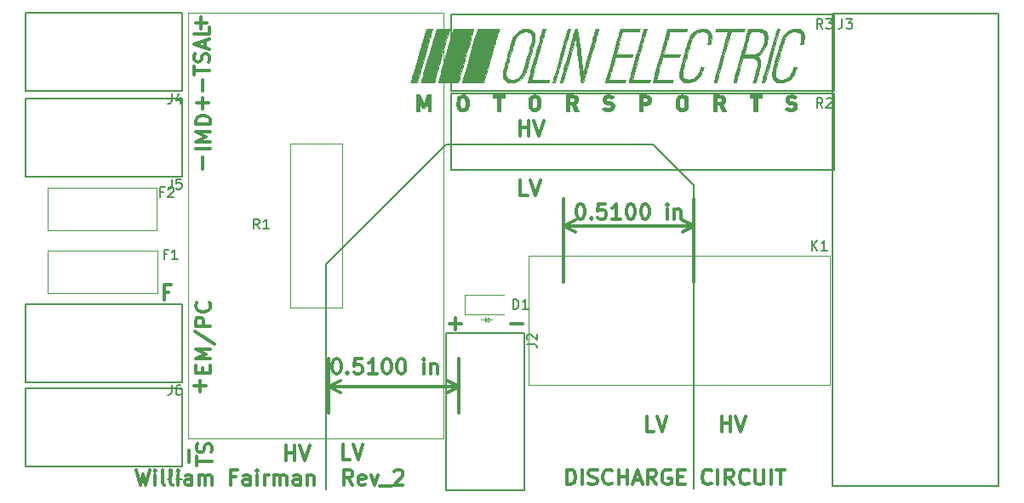
<source format=gbr>
G04 #@! TF.FileFunction,Legend,Top*
%FSLAX46Y46*%
G04 Gerber Fmt 4.6, Leading zero omitted, Abs format (unit mm)*
G04 Created by KiCad (PCBNEW 4.0.7-e2-6376~58~ubuntu16.04.1) date Fri Mar  9 11:21:43 2018*
%MOMM*%
%LPD*%
G01*
G04 APERTURE LIST*
%ADD10C,0.100000*%
%ADD11C,0.300000*%
%ADD12C,0.200000*%
%ADD13C,0.120000*%
%ADD14C,0.150000*%
%ADD15C,0.010000*%
G04 APERTURE END LIST*
D10*
D11*
X154243474Y-76340091D02*
X154243474Y-74840091D01*
X154600617Y-74840091D01*
X154814902Y-74911520D01*
X154957760Y-75054377D01*
X155029188Y-75197234D01*
X155100617Y-75482949D01*
X155100617Y-75697234D01*
X155029188Y-75982949D01*
X154957760Y-76125806D01*
X154814902Y-76268663D01*
X154600617Y-76340091D01*
X154243474Y-76340091D01*
X155743474Y-76340091D02*
X155743474Y-74840091D01*
X156386331Y-76268663D02*
X156600617Y-76340091D01*
X156957760Y-76340091D01*
X157100617Y-76268663D01*
X157172046Y-76197234D01*
X157243474Y-76054377D01*
X157243474Y-75911520D01*
X157172046Y-75768663D01*
X157100617Y-75697234D01*
X156957760Y-75625806D01*
X156672046Y-75554377D01*
X156529188Y-75482949D01*
X156457760Y-75411520D01*
X156386331Y-75268663D01*
X156386331Y-75125806D01*
X156457760Y-74982949D01*
X156529188Y-74911520D01*
X156672046Y-74840091D01*
X157029188Y-74840091D01*
X157243474Y-74911520D01*
X158743474Y-76197234D02*
X158672045Y-76268663D01*
X158457759Y-76340091D01*
X158314902Y-76340091D01*
X158100617Y-76268663D01*
X157957759Y-76125806D01*
X157886331Y-75982949D01*
X157814902Y-75697234D01*
X157814902Y-75482949D01*
X157886331Y-75197234D01*
X157957759Y-75054377D01*
X158100617Y-74911520D01*
X158314902Y-74840091D01*
X158457759Y-74840091D01*
X158672045Y-74911520D01*
X158743474Y-74982949D01*
X159386331Y-76340091D02*
X159386331Y-74840091D01*
X159386331Y-75554377D02*
X160243474Y-75554377D01*
X160243474Y-76340091D02*
X160243474Y-74840091D01*
X160886331Y-75911520D02*
X161600617Y-75911520D01*
X160743474Y-76340091D02*
X161243474Y-74840091D01*
X161743474Y-76340091D01*
X163100617Y-76340091D02*
X162600617Y-75625806D01*
X162243474Y-76340091D02*
X162243474Y-74840091D01*
X162814902Y-74840091D01*
X162957760Y-74911520D01*
X163029188Y-74982949D01*
X163100617Y-75125806D01*
X163100617Y-75340091D01*
X163029188Y-75482949D01*
X162957760Y-75554377D01*
X162814902Y-75625806D01*
X162243474Y-75625806D01*
X164529188Y-74911520D02*
X164386331Y-74840091D01*
X164172045Y-74840091D01*
X163957760Y-74911520D01*
X163814902Y-75054377D01*
X163743474Y-75197234D01*
X163672045Y-75482949D01*
X163672045Y-75697234D01*
X163743474Y-75982949D01*
X163814902Y-76125806D01*
X163957760Y-76268663D01*
X164172045Y-76340091D01*
X164314902Y-76340091D01*
X164529188Y-76268663D01*
X164600617Y-76197234D01*
X164600617Y-75697234D01*
X164314902Y-75697234D01*
X165243474Y-75554377D02*
X165743474Y-75554377D01*
X165957760Y-76340091D02*
X165243474Y-76340091D01*
X165243474Y-74840091D01*
X165957760Y-74840091D01*
X168600617Y-76197234D02*
X168529188Y-76268663D01*
X168314902Y-76340091D01*
X168172045Y-76340091D01*
X167957760Y-76268663D01*
X167814902Y-76125806D01*
X167743474Y-75982949D01*
X167672045Y-75697234D01*
X167672045Y-75482949D01*
X167743474Y-75197234D01*
X167814902Y-75054377D01*
X167957760Y-74911520D01*
X168172045Y-74840091D01*
X168314902Y-74840091D01*
X168529188Y-74911520D01*
X168600617Y-74982949D01*
X169243474Y-76340091D02*
X169243474Y-74840091D01*
X170814903Y-76340091D02*
X170314903Y-75625806D01*
X169957760Y-76340091D02*
X169957760Y-74840091D01*
X170529188Y-74840091D01*
X170672046Y-74911520D01*
X170743474Y-74982949D01*
X170814903Y-75125806D01*
X170814903Y-75340091D01*
X170743474Y-75482949D01*
X170672046Y-75554377D01*
X170529188Y-75625806D01*
X169957760Y-75625806D01*
X172314903Y-76197234D02*
X172243474Y-76268663D01*
X172029188Y-76340091D01*
X171886331Y-76340091D01*
X171672046Y-76268663D01*
X171529188Y-76125806D01*
X171457760Y-75982949D01*
X171386331Y-75697234D01*
X171386331Y-75482949D01*
X171457760Y-75197234D01*
X171529188Y-75054377D01*
X171672046Y-74911520D01*
X171886331Y-74840091D01*
X172029188Y-74840091D01*
X172243474Y-74911520D01*
X172314903Y-74982949D01*
X172957760Y-74840091D02*
X172957760Y-76054377D01*
X173029188Y-76197234D01*
X173100617Y-76268663D01*
X173243474Y-76340091D01*
X173529188Y-76340091D01*
X173672046Y-76268663D01*
X173743474Y-76197234D01*
X173814903Y-76054377D01*
X173814903Y-74840091D01*
X174529189Y-76340091D02*
X174529189Y-74840091D01*
X175029189Y-74840091D02*
X175886332Y-74840091D01*
X175457761Y-76340091D02*
X175457761Y-74840091D01*
X131251144Y-63821571D02*
X131394001Y-63821571D01*
X131536858Y-63893000D01*
X131608287Y-63964429D01*
X131679716Y-64107286D01*
X131751144Y-64393000D01*
X131751144Y-64750143D01*
X131679716Y-65035857D01*
X131608287Y-65178714D01*
X131536858Y-65250143D01*
X131394001Y-65321571D01*
X131251144Y-65321571D01*
X131108287Y-65250143D01*
X131036858Y-65178714D01*
X130965430Y-65035857D01*
X130894001Y-64750143D01*
X130894001Y-64393000D01*
X130965430Y-64107286D01*
X131036858Y-63964429D01*
X131108287Y-63893000D01*
X131251144Y-63821571D01*
X132394001Y-65178714D02*
X132465429Y-65250143D01*
X132394001Y-65321571D01*
X132322572Y-65250143D01*
X132394001Y-65178714D01*
X132394001Y-65321571D01*
X133822573Y-63821571D02*
X133108287Y-63821571D01*
X133036858Y-64535857D01*
X133108287Y-64464429D01*
X133251144Y-64393000D01*
X133608287Y-64393000D01*
X133751144Y-64464429D01*
X133822573Y-64535857D01*
X133894001Y-64678714D01*
X133894001Y-65035857D01*
X133822573Y-65178714D01*
X133751144Y-65250143D01*
X133608287Y-65321571D01*
X133251144Y-65321571D01*
X133108287Y-65250143D01*
X133036858Y-65178714D01*
X135322572Y-65321571D02*
X134465429Y-65321571D01*
X134894001Y-65321571D02*
X134894001Y-63821571D01*
X134751144Y-64035857D01*
X134608286Y-64178714D01*
X134465429Y-64250143D01*
X136251143Y-63821571D02*
X136394000Y-63821571D01*
X136536857Y-63893000D01*
X136608286Y-63964429D01*
X136679715Y-64107286D01*
X136751143Y-64393000D01*
X136751143Y-64750143D01*
X136679715Y-65035857D01*
X136608286Y-65178714D01*
X136536857Y-65250143D01*
X136394000Y-65321571D01*
X136251143Y-65321571D01*
X136108286Y-65250143D01*
X136036857Y-65178714D01*
X135965429Y-65035857D01*
X135894000Y-64750143D01*
X135894000Y-64393000D01*
X135965429Y-64107286D01*
X136036857Y-63964429D01*
X136108286Y-63893000D01*
X136251143Y-63821571D01*
X137679714Y-63821571D02*
X137822571Y-63821571D01*
X137965428Y-63893000D01*
X138036857Y-63964429D01*
X138108286Y-64107286D01*
X138179714Y-64393000D01*
X138179714Y-64750143D01*
X138108286Y-65035857D01*
X138036857Y-65178714D01*
X137965428Y-65250143D01*
X137822571Y-65321571D01*
X137679714Y-65321571D01*
X137536857Y-65250143D01*
X137465428Y-65178714D01*
X137394000Y-65035857D01*
X137322571Y-64750143D01*
X137322571Y-64393000D01*
X137394000Y-64107286D01*
X137465428Y-63964429D01*
X137536857Y-63893000D01*
X137679714Y-63821571D01*
X139965428Y-65321571D02*
X139965428Y-64321571D01*
X139965428Y-63821571D02*
X139893999Y-63893000D01*
X139965428Y-63964429D01*
X140036856Y-63893000D01*
X139965428Y-63821571D01*
X139965428Y-63964429D01*
X140679714Y-64321571D02*
X140679714Y-65321571D01*
X140679714Y-64464429D02*
X140751142Y-64393000D01*
X140894000Y-64321571D01*
X141108285Y-64321571D01*
X141251142Y-64393000D01*
X141322571Y-64535857D01*
X141322571Y-65321571D01*
X143510000Y-66548000D02*
X130556000Y-66548000D01*
X143510000Y-63754000D02*
X143510000Y-69248000D01*
X130556000Y-63754000D02*
X130556000Y-69248000D01*
X130556000Y-66548000D02*
X131682504Y-65961579D01*
X130556000Y-66548000D02*
X131682504Y-67134421D01*
X143510000Y-66548000D02*
X142383496Y-65961579D01*
X143510000Y-66548000D02*
X142383496Y-67134421D01*
X126309572Y-73957571D02*
X126309572Y-72457571D01*
X126309572Y-73171857D02*
X127166715Y-73171857D01*
X127166715Y-73957571D02*
X127166715Y-72457571D01*
X127666715Y-72457571D02*
X128166715Y-73957571D01*
X128666715Y-72457571D01*
X149550572Y-41572571D02*
X149550572Y-40072571D01*
X149550572Y-40786857D02*
X150407715Y-40786857D01*
X150407715Y-41572571D02*
X150407715Y-40072571D01*
X150907715Y-40072571D02*
X151407715Y-41572571D01*
X151907715Y-40072571D01*
X132663429Y-73830571D02*
X131949143Y-73830571D01*
X131949143Y-72330571D01*
X132949143Y-72330571D02*
X133449143Y-73830571D01*
X133949143Y-72330571D01*
X150316429Y-47541571D02*
X149602143Y-47541571D01*
X149602143Y-46041571D01*
X150602143Y-46041571D02*
X151102143Y-47541571D01*
X151602143Y-46041571D01*
X118002857Y-43751572D02*
X118002857Y-44894429D01*
D12*
X130302000Y-67818000D02*
X130302000Y-76835000D01*
X130302000Y-54356000D02*
X130302000Y-67818000D01*
X132588000Y-52070000D02*
X130302000Y-54356000D01*
D11*
X117284572Y-30333143D02*
X118427429Y-30333143D01*
X117856000Y-30904571D02*
X117856000Y-29761714D01*
X117157572Y-66528143D02*
X118300429Y-66528143D01*
X117729000Y-67099571D02*
X117729000Y-65956714D01*
X114641286Y-57169857D02*
X114141286Y-57169857D01*
X114141286Y-57955571D02*
X114141286Y-56455571D01*
X114855572Y-56455571D01*
X111428287Y-74870571D02*
X111785430Y-76370571D01*
X112071144Y-75299143D01*
X112356858Y-76370571D01*
X112714001Y-74870571D01*
X113285430Y-76370571D02*
X113285430Y-75370571D01*
X113285430Y-74870571D02*
X113214001Y-74942000D01*
X113285430Y-75013429D01*
X113356858Y-74942000D01*
X113285430Y-74870571D01*
X113285430Y-75013429D01*
X114214002Y-76370571D02*
X114071144Y-76299143D01*
X113999716Y-76156286D01*
X113999716Y-74870571D01*
X114999716Y-76370571D02*
X114856858Y-76299143D01*
X114785430Y-76156286D01*
X114785430Y-74870571D01*
X115571144Y-76370571D02*
X115571144Y-75370571D01*
X115571144Y-74870571D02*
X115499715Y-74942000D01*
X115571144Y-75013429D01*
X115642572Y-74942000D01*
X115571144Y-74870571D01*
X115571144Y-75013429D01*
X116928287Y-76370571D02*
X116928287Y-75584857D01*
X116856858Y-75442000D01*
X116714001Y-75370571D01*
X116428287Y-75370571D01*
X116285430Y-75442000D01*
X116928287Y-76299143D02*
X116785430Y-76370571D01*
X116428287Y-76370571D01*
X116285430Y-76299143D01*
X116214001Y-76156286D01*
X116214001Y-76013429D01*
X116285430Y-75870571D01*
X116428287Y-75799143D01*
X116785430Y-75799143D01*
X116928287Y-75727714D01*
X117642573Y-76370571D02*
X117642573Y-75370571D01*
X117642573Y-75513429D02*
X117714001Y-75442000D01*
X117856859Y-75370571D01*
X118071144Y-75370571D01*
X118214001Y-75442000D01*
X118285430Y-75584857D01*
X118285430Y-76370571D01*
X118285430Y-75584857D02*
X118356859Y-75442000D01*
X118499716Y-75370571D01*
X118714001Y-75370571D01*
X118856859Y-75442000D01*
X118928287Y-75584857D01*
X118928287Y-76370571D01*
X121285430Y-75584857D02*
X120785430Y-75584857D01*
X120785430Y-76370571D02*
X120785430Y-74870571D01*
X121499716Y-74870571D01*
X122714001Y-76370571D02*
X122714001Y-75584857D01*
X122642572Y-75442000D01*
X122499715Y-75370571D01*
X122214001Y-75370571D01*
X122071144Y-75442000D01*
X122714001Y-76299143D02*
X122571144Y-76370571D01*
X122214001Y-76370571D01*
X122071144Y-76299143D01*
X121999715Y-76156286D01*
X121999715Y-76013429D01*
X122071144Y-75870571D01*
X122214001Y-75799143D01*
X122571144Y-75799143D01*
X122714001Y-75727714D01*
X123428287Y-76370571D02*
X123428287Y-75370571D01*
X123428287Y-74870571D02*
X123356858Y-74942000D01*
X123428287Y-75013429D01*
X123499715Y-74942000D01*
X123428287Y-74870571D01*
X123428287Y-75013429D01*
X124142573Y-76370571D02*
X124142573Y-75370571D01*
X124142573Y-75656286D02*
X124214001Y-75513429D01*
X124285430Y-75442000D01*
X124428287Y-75370571D01*
X124571144Y-75370571D01*
X125071144Y-76370571D02*
X125071144Y-75370571D01*
X125071144Y-75513429D02*
X125142572Y-75442000D01*
X125285430Y-75370571D01*
X125499715Y-75370571D01*
X125642572Y-75442000D01*
X125714001Y-75584857D01*
X125714001Y-76370571D01*
X125714001Y-75584857D02*
X125785430Y-75442000D01*
X125928287Y-75370571D01*
X126142572Y-75370571D01*
X126285430Y-75442000D01*
X126356858Y-75584857D01*
X126356858Y-76370571D01*
X127714001Y-76370571D02*
X127714001Y-75584857D01*
X127642572Y-75442000D01*
X127499715Y-75370571D01*
X127214001Y-75370571D01*
X127071144Y-75442000D01*
X127714001Y-76299143D02*
X127571144Y-76370571D01*
X127214001Y-76370571D01*
X127071144Y-76299143D01*
X126999715Y-76156286D01*
X126999715Y-76013429D01*
X127071144Y-75870571D01*
X127214001Y-75799143D01*
X127571144Y-75799143D01*
X127714001Y-75727714D01*
X128428287Y-75370571D02*
X128428287Y-76370571D01*
X128428287Y-75513429D02*
X128499715Y-75442000D01*
X128642573Y-75370571D01*
X128856858Y-75370571D01*
X128999715Y-75442000D01*
X129071144Y-75584857D01*
X129071144Y-76370571D01*
X132928287Y-76370571D02*
X132428287Y-75656286D01*
X132071144Y-76370571D02*
X132071144Y-74870571D01*
X132642572Y-74870571D01*
X132785430Y-74942000D01*
X132856858Y-75013429D01*
X132928287Y-75156286D01*
X132928287Y-75370571D01*
X132856858Y-75513429D01*
X132785430Y-75584857D01*
X132642572Y-75656286D01*
X132071144Y-75656286D01*
X134142572Y-76299143D02*
X133999715Y-76370571D01*
X133714001Y-76370571D01*
X133571144Y-76299143D01*
X133499715Y-76156286D01*
X133499715Y-75584857D01*
X133571144Y-75442000D01*
X133714001Y-75370571D01*
X133999715Y-75370571D01*
X134142572Y-75442000D01*
X134214001Y-75584857D01*
X134214001Y-75727714D01*
X133499715Y-75870571D01*
X134714001Y-75370571D02*
X135071144Y-76370571D01*
X135428286Y-75370571D01*
X135642572Y-76513429D02*
X136785429Y-76513429D01*
X137071143Y-75013429D02*
X137142572Y-74942000D01*
X137285429Y-74870571D01*
X137642572Y-74870571D01*
X137785429Y-74942000D01*
X137856858Y-75013429D01*
X137928286Y-75156286D01*
X137928286Y-75299143D01*
X137856858Y-75513429D01*
X136999715Y-76370571D01*
X137928286Y-76370571D01*
X142557572Y-60305143D02*
X143700429Y-60305143D01*
X143129000Y-60876571D02*
X143129000Y-59733714D01*
X148653572Y-60305143D02*
X149796429Y-60305143D01*
X118002857Y-36004572D02*
X118002857Y-37147429D01*
X117411572Y-38334143D02*
X118554429Y-38334143D01*
X117983000Y-38905571D02*
X117983000Y-37762714D01*
X116605857Y-72961572D02*
X116605857Y-74104429D01*
X117415571Y-74421857D02*
X117415571Y-73564714D01*
X118915571Y-73993285D02*
X117415571Y-73993285D01*
X118844143Y-73136143D02*
X118915571Y-72921857D01*
X118915571Y-72564714D01*
X118844143Y-72421857D01*
X118772714Y-72350428D01*
X118629857Y-72279000D01*
X118487000Y-72279000D01*
X118344143Y-72350428D01*
X118272714Y-72421857D01*
X118201286Y-72564714D01*
X118129857Y-72850428D01*
X118058429Y-72993286D01*
X117987000Y-73064714D01*
X117844143Y-73136143D01*
X117701286Y-73136143D01*
X117558429Y-73064714D01*
X117487000Y-72993286D01*
X117415571Y-72850428D01*
X117415571Y-72493286D01*
X117487000Y-72279000D01*
X118002857Y-65186286D02*
X118002857Y-64686286D01*
X118788571Y-64472000D02*
X118788571Y-65186286D01*
X117288571Y-65186286D01*
X117288571Y-64472000D01*
X118788571Y-63829143D02*
X117288571Y-63829143D01*
X118360000Y-63329143D01*
X117288571Y-62829143D01*
X118788571Y-62829143D01*
X117217143Y-61043429D02*
X119145714Y-62329143D01*
X118788571Y-60543428D02*
X117288571Y-60543428D01*
X117288571Y-59972000D01*
X117360000Y-59829142D01*
X117431429Y-59757714D01*
X117574286Y-59686285D01*
X117788571Y-59686285D01*
X117931429Y-59757714D01*
X118002857Y-59829142D01*
X118074286Y-59972000D01*
X118074286Y-60543428D01*
X118645714Y-58186285D02*
X118717143Y-58257714D01*
X118788571Y-58472000D01*
X118788571Y-58614857D01*
X118717143Y-58829142D01*
X118574286Y-58972000D01*
X118431429Y-59043428D01*
X118145714Y-59114857D01*
X117931429Y-59114857D01*
X117645714Y-59043428D01*
X117502857Y-58972000D01*
X117360000Y-58829142D01*
X117288571Y-58614857D01*
X117288571Y-58472000D01*
X117360000Y-58257714D01*
X117431429Y-58186285D01*
X118788571Y-42882143D02*
X117288571Y-42882143D01*
X118788571Y-42167857D02*
X117288571Y-42167857D01*
X118360000Y-41667857D01*
X117288571Y-41167857D01*
X118788571Y-41167857D01*
X118788571Y-40453571D02*
X117288571Y-40453571D01*
X117288571Y-40096428D01*
X117360000Y-39882143D01*
X117502857Y-39739285D01*
X117645714Y-39667857D01*
X117931429Y-39596428D01*
X118145714Y-39596428D01*
X118431429Y-39667857D01*
X118574286Y-39739285D01*
X118717143Y-39882143D01*
X118788571Y-40096428D01*
X118788571Y-40453571D01*
X117161571Y-35539857D02*
X117161571Y-34682714D01*
X118661571Y-35111285D02*
X117161571Y-35111285D01*
X118590143Y-34254143D02*
X118661571Y-34039857D01*
X118661571Y-33682714D01*
X118590143Y-33539857D01*
X118518714Y-33468428D01*
X118375857Y-33397000D01*
X118233000Y-33397000D01*
X118090143Y-33468428D01*
X118018714Y-33539857D01*
X117947286Y-33682714D01*
X117875857Y-33968428D01*
X117804429Y-34111286D01*
X117733000Y-34182714D01*
X117590143Y-34254143D01*
X117447286Y-34254143D01*
X117304429Y-34182714D01*
X117233000Y-34111286D01*
X117161571Y-33968428D01*
X117161571Y-33611286D01*
X117233000Y-33397000D01*
X118233000Y-32825572D02*
X118233000Y-32111286D01*
X118661571Y-32968429D02*
X117161571Y-32468429D01*
X118661571Y-31968429D01*
X118661571Y-30754143D02*
X118661571Y-31468429D01*
X117161571Y-31468429D01*
X169616572Y-71036571D02*
X169616572Y-69536571D01*
X169616572Y-70250857D02*
X170473715Y-70250857D01*
X170473715Y-71036571D02*
X170473715Y-69536571D01*
X170973715Y-69536571D02*
X171473715Y-71036571D01*
X171973715Y-69536571D01*
X162889429Y-71036571D02*
X162175143Y-71036571D01*
X162175143Y-69536571D01*
X163175143Y-69536571D02*
X163675143Y-71036571D01*
X164175143Y-69536571D01*
X155508144Y-48374571D02*
X155651001Y-48374571D01*
X155793858Y-48446000D01*
X155865287Y-48517429D01*
X155936716Y-48660286D01*
X156008144Y-48946000D01*
X156008144Y-49303143D01*
X155936716Y-49588857D01*
X155865287Y-49731714D01*
X155793858Y-49803143D01*
X155651001Y-49874571D01*
X155508144Y-49874571D01*
X155365287Y-49803143D01*
X155293858Y-49731714D01*
X155222430Y-49588857D01*
X155151001Y-49303143D01*
X155151001Y-48946000D01*
X155222430Y-48660286D01*
X155293858Y-48517429D01*
X155365287Y-48446000D01*
X155508144Y-48374571D01*
X156651001Y-49731714D02*
X156722429Y-49803143D01*
X156651001Y-49874571D01*
X156579572Y-49803143D01*
X156651001Y-49731714D01*
X156651001Y-49874571D01*
X158079573Y-48374571D02*
X157365287Y-48374571D01*
X157293858Y-49088857D01*
X157365287Y-49017429D01*
X157508144Y-48946000D01*
X157865287Y-48946000D01*
X158008144Y-49017429D01*
X158079573Y-49088857D01*
X158151001Y-49231714D01*
X158151001Y-49588857D01*
X158079573Y-49731714D01*
X158008144Y-49803143D01*
X157865287Y-49874571D01*
X157508144Y-49874571D01*
X157365287Y-49803143D01*
X157293858Y-49731714D01*
X159579572Y-49874571D02*
X158722429Y-49874571D01*
X159151001Y-49874571D02*
X159151001Y-48374571D01*
X159008144Y-48588857D01*
X158865286Y-48731714D01*
X158722429Y-48803143D01*
X160508143Y-48374571D02*
X160651000Y-48374571D01*
X160793857Y-48446000D01*
X160865286Y-48517429D01*
X160936715Y-48660286D01*
X161008143Y-48946000D01*
X161008143Y-49303143D01*
X160936715Y-49588857D01*
X160865286Y-49731714D01*
X160793857Y-49803143D01*
X160651000Y-49874571D01*
X160508143Y-49874571D01*
X160365286Y-49803143D01*
X160293857Y-49731714D01*
X160222429Y-49588857D01*
X160151000Y-49303143D01*
X160151000Y-48946000D01*
X160222429Y-48660286D01*
X160293857Y-48517429D01*
X160365286Y-48446000D01*
X160508143Y-48374571D01*
X161936714Y-48374571D02*
X162079571Y-48374571D01*
X162222428Y-48446000D01*
X162293857Y-48517429D01*
X162365286Y-48660286D01*
X162436714Y-48946000D01*
X162436714Y-49303143D01*
X162365286Y-49588857D01*
X162293857Y-49731714D01*
X162222428Y-49803143D01*
X162079571Y-49874571D01*
X161936714Y-49874571D01*
X161793857Y-49803143D01*
X161722428Y-49731714D01*
X161651000Y-49588857D01*
X161579571Y-49303143D01*
X161579571Y-48946000D01*
X161651000Y-48660286D01*
X161722428Y-48517429D01*
X161793857Y-48446000D01*
X161936714Y-48374571D01*
X164222428Y-49874571D02*
X164222428Y-48874571D01*
X164222428Y-48374571D02*
X164150999Y-48446000D01*
X164222428Y-48517429D01*
X164293856Y-48446000D01*
X164222428Y-48374571D01*
X164222428Y-48517429D01*
X164936714Y-48874571D02*
X164936714Y-49874571D01*
X164936714Y-49017429D02*
X165008142Y-48946000D01*
X165151000Y-48874571D01*
X165365285Y-48874571D01*
X165508142Y-48946000D01*
X165579571Y-49088857D01*
X165579571Y-49874571D01*
X153924000Y-50546000D02*
X166878000Y-50546000D01*
X153924000Y-56134000D02*
X153924000Y-47846000D01*
X166878000Y-56134000D02*
X166878000Y-47846000D01*
X166878000Y-50546000D02*
X165751496Y-51132421D01*
X166878000Y-50546000D02*
X165751496Y-49959579D01*
X153924000Y-50546000D02*
X155050504Y-51132421D01*
X153924000Y-50546000D02*
X155050504Y-49959579D01*
D12*
X166878000Y-46482000D02*
X166878000Y-76708000D01*
X162814000Y-42418000D02*
X166878000Y-46482000D01*
X142240000Y-42418000D02*
X162814000Y-42418000D01*
X141986000Y-42672000D02*
X142240000Y-42418000D01*
X132588000Y-52070000D02*
X141986000Y-42672000D01*
D13*
X126686000Y-58707000D02*
X126686000Y-42407000D01*
X116586000Y-71757000D02*
X116586000Y-29357000D01*
X126686000Y-58707000D02*
X131886000Y-58707000D01*
X126686000Y-42407000D02*
X131886000Y-42407000D01*
X131886000Y-58707000D02*
X131886000Y-42407000D01*
X141986000Y-71757000D02*
X141986000Y-29357000D01*
X141986000Y-29357000D02*
X116586000Y-29357000D01*
X141986000Y-71757000D02*
X116586000Y-71757000D01*
D14*
X142748000Y-29464000D02*
X180848000Y-29464000D01*
X180848000Y-37084000D02*
X142748000Y-37084000D01*
X180848000Y-37084000D02*
X180848000Y-29584000D01*
X142748000Y-37084000D02*
X142748000Y-29584000D01*
X180678700Y-76466700D02*
X197188700Y-76466700D01*
X197180000Y-29451300D02*
X180680000Y-29451300D01*
X197188700Y-76460000D02*
X197188700Y-29460000D01*
X180666000Y-76460000D02*
X180666000Y-29460000D01*
D13*
X150408000Y-53554000D02*
X180408000Y-53554000D01*
X180408000Y-53554000D02*
X180408000Y-66454000D01*
X150408000Y-66454000D02*
X180408000Y-66454000D01*
X150408000Y-53554000D02*
X150408000Y-66454000D01*
D10*
X146404000Y-59920000D02*
X146804000Y-59920000D01*
X146104000Y-59920000D02*
X146404000Y-59720000D01*
X146404000Y-59720000D02*
X146404000Y-60120000D01*
X146404000Y-60120000D02*
X146104000Y-59920000D01*
X145704000Y-59920000D02*
X146104000Y-59920000D01*
X146104000Y-59920000D02*
X146104000Y-59670000D01*
X146104000Y-59670000D02*
X146104000Y-60170000D01*
D13*
X144104000Y-57420000D02*
X144104000Y-59420000D01*
X144104000Y-59420000D02*
X147954000Y-59420000D01*
X144104000Y-57420000D02*
X147954000Y-57420000D01*
X102567000Y-52998000D02*
X113467000Y-52998000D01*
X102567000Y-52998000D02*
X102567000Y-57238000D01*
X113467000Y-57238000D02*
X113467000Y-52998000D01*
X113467000Y-57238000D02*
X102567000Y-57238000D01*
X113460000Y-51015000D02*
X102560000Y-51015000D01*
X113460000Y-51015000D02*
X113460000Y-46775000D01*
X102560000Y-46775000D02*
X102560000Y-51015000D01*
X102560000Y-46775000D02*
X113460000Y-46775000D01*
D15*
G36*
X143972944Y-37497555D02*
X144111057Y-37529693D01*
X144229133Y-37596457D01*
X144318319Y-37678981D01*
X144379911Y-37758125D01*
X144424398Y-37847727D01*
X144453549Y-37956260D01*
X144469137Y-38092195D01*
X144472931Y-38264004D01*
X144469754Y-38403486D01*
X144457375Y-38599255D01*
X144433214Y-38752772D01*
X144393726Y-38871915D01*
X144335367Y-38964561D01*
X144254590Y-39038587D01*
X144157700Y-39096877D01*
X144060576Y-39130725D01*
X143936576Y-39152438D01*
X143807135Y-39160093D01*
X143693687Y-39151766D01*
X143653094Y-39142143D01*
X143510502Y-39070998D01*
X143390740Y-38960694D01*
X143317601Y-38847694D01*
X143293484Y-38796477D01*
X143276294Y-38750571D01*
X143265067Y-38700500D01*
X143258836Y-38636784D01*
X143256638Y-38549948D01*
X143257507Y-38430514D01*
X143260182Y-38283871D01*
X143260316Y-38277681D01*
X143586978Y-38277681D01*
X143590824Y-38405568D01*
X143599763Y-38528673D01*
X143612987Y-38633797D01*
X143629686Y-38707740D01*
X143638748Y-38728361D01*
X143689703Y-38781247D01*
X143763673Y-38829255D01*
X143837162Y-38858288D01*
X143860511Y-38861421D01*
X143904862Y-38850811D01*
X143966234Y-38824394D01*
X143968031Y-38823470D01*
X144026143Y-38786133D01*
X144067880Y-38738102D01*
X144095437Y-38671354D01*
X144111011Y-38577867D01*
X144116798Y-38449618D01*
X144115172Y-38285896D01*
X144106900Y-37943305D01*
X144023949Y-37869252D01*
X143926465Y-37809293D01*
X143828449Y-37795789D01*
X143737958Y-37825125D01*
X143663049Y-37893690D01*
X143611783Y-37997868D01*
X143597804Y-38060354D01*
X143589035Y-38158210D01*
X143586978Y-38277681D01*
X143260316Y-38277681D01*
X143263595Y-38126384D01*
X143267512Y-38010726D01*
X143273248Y-37927928D01*
X143282123Y-37869027D01*
X143295452Y-37825056D01*
X143314554Y-37787049D01*
X143338766Y-37749026D01*
X143437063Y-37630722D01*
X143553110Y-37552271D01*
X143696904Y-37508222D01*
X143803083Y-37495881D01*
X143972944Y-37497555D01*
X143972944Y-37497555D01*
G37*
X143972944Y-37497555D02*
X144111057Y-37529693D01*
X144229133Y-37596457D01*
X144318319Y-37678981D01*
X144379911Y-37758125D01*
X144424398Y-37847727D01*
X144453549Y-37956260D01*
X144469137Y-38092195D01*
X144472931Y-38264004D01*
X144469754Y-38403486D01*
X144457375Y-38599255D01*
X144433214Y-38752772D01*
X144393726Y-38871915D01*
X144335367Y-38964561D01*
X144254590Y-39038587D01*
X144157700Y-39096877D01*
X144060576Y-39130725D01*
X143936576Y-39152438D01*
X143807135Y-39160093D01*
X143693687Y-39151766D01*
X143653094Y-39142143D01*
X143510502Y-39070998D01*
X143390740Y-38960694D01*
X143317601Y-38847694D01*
X143293484Y-38796477D01*
X143276294Y-38750571D01*
X143265067Y-38700500D01*
X143258836Y-38636784D01*
X143256638Y-38549948D01*
X143257507Y-38430514D01*
X143260182Y-38283871D01*
X143260316Y-38277681D01*
X143586978Y-38277681D01*
X143590824Y-38405568D01*
X143599763Y-38528673D01*
X143612987Y-38633797D01*
X143629686Y-38707740D01*
X143638748Y-38728361D01*
X143689703Y-38781247D01*
X143763673Y-38829255D01*
X143837162Y-38858288D01*
X143860511Y-38861421D01*
X143904862Y-38850811D01*
X143966234Y-38824394D01*
X143968031Y-38823470D01*
X144026143Y-38786133D01*
X144067880Y-38738102D01*
X144095437Y-38671354D01*
X144111011Y-38577867D01*
X144116798Y-38449618D01*
X144115172Y-38285896D01*
X144106900Y-37943305D01*
X144023949Y-37869252D01*
X143926465Y-37809293D01*
X143828449Y-37795789D01*
X143737958Y-37825125D01*
X143663049Y-37893690D01*
X143611783Y-37997868D01*
X143597804Y-38060354D01*
X143589035Y-38158210D01*
X143586978Y-38277681D01*
X143260316Y-38277681D01*
X143263595Y-38126384D01*
X143267512Y-38010726D01*
X143273248Y-37927928D01*
X143282123Y-37869027D01*
X143295452Y-37825056D01*
X143314554Y-37787049D01*
X143338766Y-37749026D01*
X143437063Y-37630722D01*
X143553110Y-37552271D01*
X143696904Y-37508222D01*
X143803083Y-37495881D01*
X143972944Y-37497555D01*
G36*
X151171821Y-37507073D02*
X151316487Y-37563184D01*
X151441643Y-37654603D01*
X151523307Y-37756149D01*
X151553063Y-37806116D01*
X151574143Y-37850752D01*
X151588301Y-37900327D01*
X151597293Y-37965111D01*
X151602872Y-38055375D01*
X151606795Y-38181388D01*
X151608545Y-38254980D01*
X151610248Y-38453864D01*
X151603735Y-38610514D01*
X151586979Y-38733118D01*
X151557954Y-38829864D01*
X151514632Y-38908939D01*
X151454986Y-38978530D01*
X151421779Y-39009376D01*
X151275688Y-39105423D01*
X151109272Y-39156050D01*
X150926456Y-39160472D01*
X150789869Y-39135404D01*
X150687901Y-39088109D01*
X150584747Y-39006996D01*
X150494841Y-38906585D01*
X150432615Y-38801398D01*
X150418972Y-38762237D01*
X150406008Y-38680022D01*
X150398230Y-38553892D01*
X150395925Y-38390496D01*
X150396140Y-38373881D01*
X150738311Y-38373881D01*
X150740429Y-38503899D01*
X150745729Y-38594178D01*
X150755864Y-38655753D01*
X150772485Y-38699663D01*
X150791560Y-38729481D01*
X150878288Y-38813510D01*
X150974398Y-38850709D01*
X151072608Y-38840463D01*
X151165637Y-38782156D01*
X151184770Y-38762724D01*
X151222387Y-38712707D01*
X151246603Y-38653067D01*
X151262469Y-38568066D01*
X151270280Y-38496224D01*
X151277994Y-38330269D01*
X151271410Y-38169084D01*
X151251771Y-38028585D01*
X151226827Y-37940052D01*
X151174765Y-37868293D01*
X151092227Y-37815852D01*
X150999090Y-37795296D01*
X150997911Y-37795294D01*
X150936961Y-37808452D01*
X150865829Y-37840451D01*
X150858328Y-37844883D01*
X150812725Y-37880395D01*
X150779761Y-37928142D01*
X150757647Y-37996010D01*
X150744595Y-38091884D01*
X150738815Y-38223649D01*
X150738311Y-38373881D01*
X150396140Y-38373881D01*
X150397555Y-38264859D01*
X150401192Y-38116704D01*
X150405592Y-38009290D01*
X150412439Y-37932564D01*
X150423413Y-37876475D01*
X150440199Y-37830973D01*
X150464477Y-37786004D01*
X150482692Y-37756145D01*
X150584827Y-37635714D01*
X150714147Y-37550591D01*
X150861312Y-37500777D01*
X151016983Y-37486271D01*
X151171821Y-37507073D01*
X151171821Y-37507073D01*
G37*
X151171821Y-37507073D02*
X151316487Y-37563184D01*
X151441643Y-37654603D01*
X151523307Y-37756149D01*
X151553063Y-37806116D01*
X151574143Y-37850752D01*
X151588301Y-37900327D01*
X151597293Y-37965111D01*
X151602872Y-38055375D01*
X151606795Y-38181388D01*
X151608545Y-38254980D01*
X151610248Y-38453864D01*
X151603735Y-38610514D01*
X151586979Y-38733118D01*
X151557954Y-38829864D01*
X151514632Y-38908939D01*
X151454986Y-38978530D01*
X151421779Y-39009376D01*
X151275688Y-39105423D01*
X151109272Y-39156050D01*
X150926456Y-39160472D01*
X150789869Y-39135404D01*
X150687901Y-39088109D01*
X150584747Y-39006996D01*
X150494841Y-38906585D01*
X150432615Y-38801398D01*
X150418972Y-38762237D01*
X150406008Y-38680022D01*
X150398230Y-38553892D01*
X150395925Y-38390496D01*
X150396140Y-38373881D01*
X150738311Y-38373881D01*
X150740429Y-38503899D01*
X150745729Y-38594178D01*
X150755864Y-38655753D01*
X150772485Y-38699663D01*
X150791560Y-38729481D01*
X150878288Y-38813510D01*
X150974398Y-38850709D01*
X151072608Y-38840463D01*
X151165637Y-38782156D01*
X151184770Y-38762724D01*
X151222387Y-38712707D01*
X151246603Y-38653067D01*
X151262469Y-38568066D01*
X151270280Y-38496224D01*
X151277994Y-38330269D01*
X151271410Y-38169084D01*
X151251771Y-38028585D01*
X151226827Y-37940052D01*
X151174765Y-37868293D01*
X151092227Y-37815852D01*
X150999090Y-37795296D01*
X150997911Y-37795294D01*
X150936961Y-37808452D01*
X150865829Y-37840451D01*
X150858328Y-37844883D01*
X150812725Y-37880395D01*
X150779761Y-37928142D01*
X150757647Y-37996010D01*
X150744595Y-38091884D01*
X150738815Y-38223649D01*
X150738311Y-38373881D01*
X150396140Y-38373881D01*
X150397555Y-38264859D01*
X150401192Y-38116704D01*
X150405592Y-38009290D01*
X150412439Y-37932564D01*
X150423413Y-37876475D01*
X150440199Y-37830973D01*
X150464477Y-37786004D01*
X150482692Y-37756145D01*
X150584827Y-37635714D01*
X150714147Y-37550591D01*
X150861312Y-37500777D01*
X151016983Y-37486271D01*
X151171821Y-37507073D01*
G36*
X158544534Y-37503836D02*
X158690327Y-37539750D01*
X158807703Y-37595216D01*
X158875060Y-37653024D01*
X158891824Y-37681804D01*
X158885450Y-37712198D01*
X158850433Y-37756376D01*
X158809068Y-37798883D01*
X158706917Y-37901035D01*
X158608185Y-37848117D01*
X158495234Y-37806167D01*
X158376838Y-37792743D01*
X158268401Y-37807510D01*
X158185326Y-37850129D01*
X158177345Y-37857545D01*
X158125497Y-37928302D01*
X158119832Y-37997579D01*
X158139694Y-38047881D01*
X158161782Y-38079172D01*
X158195870Y-38103065D01*
X158251853Y-38123265D01*
X158339627Y-38143475D01*
X158449983Y-38164026D01*
X158619602Y-38202885D01*
X158745776Y-38254254D01*
X158835339Y-38323382D01*
X158895126Y-38415518D01*
X158931562Y-38533920D01*
X158942672Y-38698603D01*
X158906939Y-38846467D01*
X158826490Y-38973026D01*
X158703453Y-39073794D01*
X158665480Y-39094844D01*
X158563801Y-39129626D01*
X158430779Y-39151642D01*
X158284512Y-39159799D01*
X158143097Y-39153003D01*
X158034242Y-39133002D01*
X157947408Y-39099884D01*
X157861531Y-39053306D01*
X157789338Y-39001901D01*
X157743561Y-38954303D01*
X157734000Y-38929362D01*
X157750999Y-38895140D01*
X157794696Y-38840979D01*
X157833721Y-38800333D01*
X157933443Y-38702958D01*
X157999116Y-38754616D01*
X158109908Y-38814910D01*
X158241738Y-38846301D01*
X158377191Y-38847476D01*
X158498854Y-38817121D01*
X158540450Y-38795421D01*
X158582990Y-38741867D01*
X158598403Y-38665996D01*
X158585198Y-38589345D01*
X158557685Y-38546314D01*
X158524447Y-38514818D01*
X158513235Y-38506365D01*
X158452174Y-38499665D01*
X158359504Y-38482666D01*
X158251271Y-38459098D01*
X158143521Y-38432694D01*
X158052300Y-38407186D01*
X157993654Y-38386307D01*
X157990552Y-38384797D01*
X157895046Y-38309755D01*
X157828918Y-38203546D01*
X157793420Y-38077309D01*
X157789803Y-37942181D01*
X157819321Y-37809299D01*
X157883224Y-37689801D01*
X157908906Y-37658647D01*
X158008453Y-37574172D01*
X158129634Y-37520676D01*
X158281833Y-37494834D01*
X158381700Y-37491205D01*
X158544534Y-37503836D01*
X158544534Y-37503836D01*
G37*
X158544534Y-37503836D02*
X158690327Y-37539750D01*
X158807703Y-37595216D01*
X158875060Y-37653024D01*
X158891824Y-37681804D01*
X158885450Y-37712198D01*
X158850433Y-37756376D01*
X158809068Y-37798883D01*
X158706917Y-37901035D01*
X158608185Y-37848117D01*
X158495234Y-37806167D01*
X158376838Y-37792743D01*
X158268401Y-37807510D01*
X158185326Y-37850129D01*
X158177345Y-37857545D01*
X158125497Y-37928302D01*
X158119832Y-37997579D01*
X158139694Y-38047881D01*
X158161782Y-38079172D01*
X158195870Y-38103065D01*
X158251853Y-38123265D01*
X158339627Y-38143475D01*
X158449983Y-38164026D01*
X158619602Y-38202885D01*
X158745776Y-38254254D01*
X158835339Y-38323382D01*
X158895126Y-38415518D01*
X158931562Y-38533920D01*
X158942672Y-38698603D01*
X158906939Y-38846467D01*
X158826490Y-38973026D01*
X158703453Y-39073794D01*
X158665480Y-39094844D01*
X158563801Y-39129626D01*
X158430779Y-39151642D01*
X158284512Y-39159799D01*
X158143097Y-39153003D01*
X158034242Y-39133002D01*
X157947408Y-39099884D01*
X157861531Y-39053306D01*
X157789338Y-39001901D01*
X157743561Y-38954303D01*
X157734000Y-38929362D01*
X157750999Y-38895140D01*
X157794696Y-38840979D01*
X157833721Y-38800333D01*
X157933443Y-38702958D01*
X157999116Y-38754616D01*
X158109908Y-38814910D01*
X158241738Y-38846301D01*
X158377191Y-38847476D01*
X158498854Y-38817121D01*
X158540450Y-38795421D01*
X158582990Y-38741867D01*
X158598403Y-38665996D01*
X158585198Y-38589345D01*
X158557685Y-38546314D01*
X158524447Y-38514818D01*
X158513235Y-38506365D01*
X158452174Y-38499665D01*
X158359504Y-38482666D01*
X158251271Y-38459098D01*
X158143521Y-38432694D01*
X158052300Y-38407186D01*
X157993654Y-38386307D01*
X157990552Y-38384797D01*
X157895046Y-38309755D01*
X157828918Y-38203546D01*
X157793420Y-38077309D01*
X157789803Y-37942181D01*
X157819321Y-37809299D01*
X157883224Y-37689801D01*
X157908906Y-37658647D01*
X158008453Y-37574172D01*
X158129634Y-37520676D01*
X158281833Y-37494834D01*
X158381700Y-37491205D01*
X158544534Y-37503836D01*
G36*
X165856668Y-37511018D02*
X166009524Y-37569651D01*
X166130374Y-37667600D01*
X166219526Y-37805051D01*
X166230924Y-37830852D01*
X166254499Y-37916229D01*
X166272625Y-38038361D01*
X166284589Y-38183422D01*
X166289678Y-38337588D01*
X166287180Y-38487034D01*
X166276382Y-38617937D01*
X166272787Y-38643094D01*
X166229786Y-38812304D01*
X166157498Y-38944459D01*
X166051355Y-39046886D01*
X166000368Y-39080023D01*
X165875675Y-39131049D01*
X165728375Y-39158151D01*
X165579602Y-39159332D01*
X165450490Y-39132594D01*
X165449198Y-39132115D01*
X165296006Y-39050286D01*
X165177336Y-38933713D01*
X165122168Y-38843640D01*
X165098957Y-38791922D01*
X165082689Y-38740868D01*
X165072131Y-38680126D01*
X165066053Y-38599346D01*
X165063224Y-38488176D01*
X165063003Y-38447830D01*
X165407293Y-38447830D01*
X165415100Y-38581837D01*
X165434143Y-38679912D01*
X165466419Y-38749231D01*
X165513925Y-38796967D01*
X165562599Y-38823732D01*
X165629138Y-38850825D01*
X165674690Y-38857961D01*
X165724426Y-38845269D01*
X165774829Y-38824814D01*
X165838128Y-38788039D01*
X165883585Y-38733720D01*
X165913688Y-38654298D01*
X165930927Y-38542216D01*
X165937788Y-38389916D01*
X165938200Y-38328600D01*
X165933984Y-38161995D01*
X165921602Y-38037668D01*
X165902783Y-37962803D01*
X165839341Y-37865048D01*
X165753799Y-37808848D01*
X165655677Y-37796417D01*
X165554495Y-37829966D01*
X165500450Y-37869300D01*
X165417500Y-37943400D01*
X165408727Y-38270718D01*
X165407293Y-38447830D01*
X165063003Y-38447830D01*
X165062418Y-38341300D01*
X165064194Y-38160495D01*
X165071458Y-38021057D01*
X165086280Y-37913665D01*
X165110728Y-37829001D01*
X165146872Y-37757745D01*
X165196780Y-37690579D01*
X165210420Y-37674734D01*
X165319364Y-37578317D01*
X165448309Y-37519091D01*
X165606651Y-37493321D01*
X165671500Y-37491515D01*
X165856668Y-37511018D01*
X165856668Y-37511018D01*
G37*
X165856668Y-37511018D02*
X166009524Y-37569651D01*
X166130374Y-37667600D01*
X166219526Y-37805051D01*
X166230924Y-37830852D01*
X166254499Y-37916229D01*
X166272625Y-38038361D01*
X166284589Y-38183422D01*
X166289678Y-38337588D01*
X166287180Y-38487034D01*
X166276382Y-38617937D01*
X166272787Y-38643094D01*
X166229786Y-38812304D01*
X166157498Y-38944459D01*
X166051355Y-39046886D01*
X166000368Y-39080023D01*
X165875675Y-39131049D01*
X165728375Y-39158151D01*
X165579602Y-39159332D01*
X165450490Y-39132594D01*
X165449198Y-39132115D01*
X165296006Y-39050286D01*
X165177336Y-38933713D01*
X165122168Y-38843640D01*
X165098957Y-38791922D01*
X165082689Y-38740868D01*
X165072131Y-38680126D01*
X165066053Y-38599346D01*
X165063224Y-38488176D01*
X165063003Y-38447830D01*
X165407293Y-38447830D01*
X165415100Y-38581837D01*
X165434143Y-38679912D01*
X165466419Y-38749231D01*
X165513925Y-38796967D01*
X165562599Y-38823732D01*
X165629138Y-38850825D01*
X165674690Y-38857961D01*
X165724426Y-38845269D01*
X165774829Y-38824814D01*
X165838128Y-38788039D01*
X165883585Y-38733720D01*
X165913688Y-38654298D01*
X165930927Y-38542216D01*
X165937788Y-38389916D01*
X165938200Y-38328600D01*
X165933984Y-38161995D01*
X165921602Y-38037668D01*
X165902783Y-37962803D01*
X165839341Y-37865048D01*
X165753799Y-37808848D01*
X165655677Y-37796417D01*
X165554495Y-37829966D01*
X165500450Y-37869300D01*
X165417500Y-37943400D01*
X165408727Y-38270718D01*
X165407293Y-38447830D01*
X165063003Y-38447830D01*
X165062418Y-38341300D01*
X165064194Y-38160495D01*
X165071458Y-38021057D01*
X165086280Y-37913665D01*
X165110728Y-37829001D01*
X165146872Y-37757745D01*
X165196780Y-37690579D01*
X165210420Y-37674734D01*
X165319364Y-37578317D01*
X165448309Y-37519091D01*
X165606651Y-37493321D01*
X165671500Y-37491515D01*
X165856668Y-37511018D01*
G36*
X176739553Y-37502792D02*
X176799872Y-37515561D01*
X176884526Y-37549205D01*
X176965145Y-37592408D01*
X177028486Y-37636795D01*
X177061307Y-37673994D01*
X177063226Y-37682095D01*
X177046433Y-37713587D01*
X177003201Y-37765509D01*
X176967110Y-37802714D01*
X176870820Y-37896738D01*
X176771239Y-37845969D01*
X176655142Y-37803830D01*
X176541581Y-37792154D01*
X176440117Y-37808416D01*
X176360312Y-37850090D01*
X176311727Y-37914651D01*
X176301400Y-37970052D01*
X176312857Y-38032913D01*
X176351624Y-38081105D01*
X176424290Y-38118654D01*
X176537448Y-38149584D01*
X176621603Y-38165627D01*
X176785829Y-38201651D01*
X176907419Y-38247998D01*
X176994230Y-38309420D01*
X177054119Y-38390669D01*
X177076672Y-38440864D01*
X177112477Y-38596246D01*
X177104293Y-38747973D01*
X177055364Y-38886946D01*
X176968934Y-39004062D01*
X176848245Y-39090219D01*
X176844636Y-39091986D01*
X176732811Y-39129400D01*
X176591730Y-39152923D01*
X176441435Y-39160932D01*
X176301966Y-39151804D01*
X176243855Y-39140635D01*
X176140739Y-39106691D01*
X176039370Y-39060072D01*
X175957408Y-39009731D01*
X175920942Y-38976953D01*
X175906443Y-38949482D01*
X175914889Y-38917839D01*
X175951770Y-38870920D01*
X175996604Y-38823895D01*
X176106424Y-38711997D01*
X176173959Y-38760086D01*
X176273767Y-38810637D01*
X176396284Y-38844353D01*
X176516625Y-38855557D01*
X176570508Y-38850523D01*
X176656083Y-38818901D01*
X176729005Y-38765051D01*
X176775104Y-38701435D01*
X176784000Y-38662768D01*
X176769748Y-38596067D01*
X176723194Y-38545088D01*
X176638643Y-38506267D01*
X176510396Y-38476039D01*
X176476436Y-38470298D01*
X176302414Y-38434307D01*
X176171823Y-38386782D01*
X176077762Y-38323072D01*
X176013329Y-38238525D01*
X175972121Y-38130372D01*
X175953120Y-37969890D01*
X175981099Y-37820027D01*
X176053418Y-37687991D01*
X176167434Y-37580994D01*
X176175341Y-37575661D01*
X176239442Y-37538765D01*
X176306214Y-37515774D01*
X176392700Y-37502353D01*
X176490656Y-37495426D01*
X176625731Y-37493769D01*
X176739553Y-37502792D01*
X176739553Y-37502792D01*
G37*
X176739553Y-37502792D02*
X176799872Y-37515561D01*
X176884526Y-37549205D01*
X176965145Y-37592408D01*
X177028486Y-37636795D01*
X177061307Y-37673994D01*
X177063226Y-37682095D01*
X177046433Y-37713587D01*
X177003201Y-37765509D01*
X176967110Y-37802714D01*
X176870820Y-37896738D01*
X176771239Y-37845969D01*
X176655142Y-37803830D01*
X176541581Y-37792154D01*
X176440117Y-37808416D01*
X176360312Y-37850090D01*
X176311727Y-37914651D01*
X176301400Y-37970052D01*
X176312857Y-38032913D01*
X176351624Y-38081105D01*
X176424290Y-38118654D01*
X176537448Y-38149584D01*
X176621603Y-38165627D01*
X176785829Y-38201651D01*
X176907419Y-38247998D01*
X176994230Y-38309420D01*
X177054119Y-38390669D01*
X177076672Y-38440864D01*
X177112477Y-38596246D01*
X177104293Y-38747973D01*
X177055364Y-38886946D01*
X176968934Y-39004062D01*
X176848245Y-39090219D01*
X176844636Y-39091986D01*
X176732811Y-39129400D01*
X176591730Y-39152923D01*
X176441435Y-39160932D01*
X176301966Y-39151804D01*
X176243855Y-39140635D01*
X176140739Y-39106691D01*
X176039370Y-39060072D01*
X175957408Y-39009731D01*
X175920942Y-38976953D01*
X175906443Y-38949482D01*
X175914889Y-38917839D01*
X175951770Y-38870920D01*
X175996604Y-38823895D01*
X176106424Y-38711997D01*
X176173959Y-38760086D01*
X176273767Y-38810637D01*
X176396284Y-38844353D01*
X176516625Y-38855557D01*
X176570508Y-38850523D01*
X176656083Y-38818901D01*
X176729005Y-38765051D01*
X176775104Y-38701435D01*
X176784000Y-38662768D01*
X176769748Y-38596067D01*
X176723194Y-38545088D01*
X176638643Y-38506267D01*
X176510396Y-38476039D01*
X176476436Y-38470298D01*
X176302414Y-38434307D01*
X176171823Y-38386782D01*
X176077762Y-38323072D01*
X176013329Y-38238525D01*
X175972121Y-38130372D01*
X175953120Y-37969890D01*
X175981099Y-37820027D01*
X176053418Y-37687991D01*
X176167434Y-37580994D01*
X176175341Y-37575661D01*
X176239442Y-37538765D01*
X176306214Y-37515774D01*
X176392700Y-37502353D01*
X176490656Y-37495426D01*
X176625731Y-37493769D01*
X176739553Y-37502792D01*
G36*
X139760246Y-37921475D02*
X139969468Y-38352550D01*
X140381700Y-37490400D01*
X140716000Y-37490400D01*
X140716000Y-39141400D01*
X140385800Y-39141400D01*
X140382848Y-38239700D01*
X140238794Y-38525450D01*
X140094739Y-38811200D01*
X139838660Y-38811200D01*
X139694605Y-38525450D01*
X139550551Y-38239700D01*
X139549075Y-38690550D01*
X139547600Y-39141400D01*
X139217400Y-39141400D01*
X139217400Y-37490400D01*
X139551023Y-37490400D01*
X139760246Y-37921475D01*
X139760246Y-37921475D01*
G37*
X139760246Y-37921475D02*
X139969468Y-38352550D01*
X140381700Y-37490400D01*
X140716000Y-37490400D01*
X140716000Y-39141400D01*
X140385800Y-39141400D01*
X140382848Y-38239700D01*
X140238794Y-38525450D01*
X140094739Y-38811200D01*
X139838660Y-38811200D01*
X139694605Y-38525450D01*
X139550551Y-38239700D01*
X139549075Y-38690550D01*
X139547600Y-39141400D01*
X139217400Y-39141400D01*
X139217400Y-37490400D01*
X139551023Y-37490400D01*
X139760246Y-37921475D01*
G36*
X148031200Y-37795200D02*
X147599400Y-37795200D01*
X147599400Y-39141400D01*
X147269200Y-39141400D01*
X147269200Y-37795200D01*
X146837400Y-37795200D01*
X146837400Y-37490400D01*
X148031200Y-37490400D01*
X148031200Y-37795200D01*
X148031200Y-37795200D01*
G37*
X148031200Y-37795200D02*
X147599400Y-37795200D01*
X147599400Y-39141400D01*
X147269200Y-39141400D01*
X147269200Y-37795200D01*
X146837400Y-37795200D01*
X146837400Y-37490400D01*
X148031200Y-37490400D01*
X148031200Y-37795200D01*
G36*
X154501850Y-37491005D02*
X154639226Y-37492860D01*
X154766666Y-37497503D01*
X154871297Y-37504268D01*
X154940247Y-37512492D01*
X154947653Y-37514025D01*
X155092018Y-37571459D01*
X155206981Y-37665374D01*
X155287860Y-37787870D01*
X155329978Y-37931050D01*
X155328653Y-38087014D01*
X155318070Y-38139211D01*
X155284409Y-38223980D01*
X155231243Y-38307948D01*
X155169199Y-38378252D01*
X155108903Y-38422023D01*
X155077727Y-38430200D01*
X155069911Y-38445792D01*
X155084185Y-38494563D01*
X155121791Y-38579508D01*
X155183968Y-38703620D01*
X155218273Y-38769215D01*
X155280612Y-38888374D01*
X155333498Y-38991456D01*
X155372793Y-39070236D01*
X155394358Y-39116489D01*
X155397200Y-39124815D01*
X155373826Y-39132580D01*
X155311790Y-39138399D01*
X155223224Y-39141263D01*
X155197680Y-39141400D01*
X154998161Y-39141400D01*
X154848430Y-38824185D01*
X154698700Y-38506971D01*
X154590750Y-38506685D01*
X154482800Y-38506400D01*
X154482800Y-39141400D01*
X154152600Y-39141400D01*
X154152600Y-38201600D01*
X154482800Y-38201600D01*
X154674454Y-38201600D01*
X154776417Y-38199701D01*
X154842399Y-38191591D01*
X154887153Y-38173649D01*
X154925431Y-38142253D01*
X154928454Y-38139254D01*
X154980686Y-38058405D01*
X154982732Y-37972611D01*
X154934548Y-37885074D01*
X154931935Y-37881999D01*
X154895566Y-37846156D01*
X154852885Y-37823902D01*
X154789583Y-37810677D01*
X154691352Y-37801920D01*
X154677935Y-37801042D01*
X154482800Y-37788519D01*
X154482800Y-38201600D01*
X154152600Y-38201600D01*
X154152600Y-37490400D01*
X154501850Y-37491005D01*
X154501850Y-37491005D01*
G37*
X154501850Y-37491005D02*
X154639226Y-37492860D01*
X154766666Y-37497503D01*
X154871297Y-37504268D01*
X154940247Y-37512492D01*
X154947653Y-37514025D01*
X155092018Y-37571459D01*
X155206981Y-37665374D01*
X155287860Y-37787870D01*
X155329978Y-37931050D01*
X155328653Y-38087014D01*
X155318070Y-38139211D01*
X155284409Y-38223980D01*
X155231243Y-38307948D01*
X155169199Y-38378252D01*
X155108903Y-38422023D01*
X155077727Y-38430200D01*
X155069911Y-38445792D01*
X155084185Y-38494563D01*
X155121791Y-38579508D01*
X155183968Y-38703620D01*
X155218273Y-38769215D01*
X155280612Y-38888374D01*
X155333498Y-38991456D01*
X155372793Y-39070236D01*
X155394358Y-39116489D01*
X155397200Y-39124815D01*
X155373826Y-39132580D01*
X155311790Y-39138399D01*
X155223224Y-39141263D01*
X155197680Y-39141400D01*
X154998161Y-39141400D01*
X154848430Y-38824185D01*
X154698700Y-38506971D01*
X154590750Y-38506685D01*
X154482800Y-38506400D01*
X154482800Y-39141400D01*
X154152600Y-39141400D01*
X154152600Y-38201600D01*
X154482800Y-38201600D01*
X154674454Y-38201600D01*
X154776417Y-38199701D01*
X154842399Y-38191591D01*
X154887153Y-38173649D01*
X154925431Y-38142253D01*
X154928454Y-38139254D01*
X154980686Y-38058405D01*
X154982732Y-37972611D01*
X154934548Y-37885074D01*
X154931935Y-37881999D01*
X154895566Y-37846156D01*
X154852885Y-37823902D01*
X154789583Y-37810677D01*
X154691352Y-37801920D01*
X154677935Y-37801042D01*
X154482800Y-37788519D01*
X154482800Y-38201600D01*
X154152600Y-38201600D01*
X154152600Y-37490400D01*
X154501850Y-37491005D01*
G36*
X161804350Y-37490541D02*
X161983079Y-37492570D01*
X162120749Y-37499597D01*
X162226992Y-37513274D01*
X162311437Y-37535252D01*
X162383716Y-37567181D01*
X162435987Y-37598820D01*
X162526288Y-37686927D01*
X162592496Y-37807582D01*
X162630679Y-37946705D01*
X162636904Y-38090216D01*
X162609184Y-38218996D01*
X162535487Y-38346815D01*
X162423615Y-38441168D01*
X162273545Y-38502065D01*
X162085251Y-38529521D01*
X162020250Y-38531242D01*
X161798000Y-38531800D01*
X161798000Y-39141400D01*
X161442400Y-39141400D01*
X161442400Y-37795200D01*
X161798000Y-37795200D01*
X161798000Y-38227000D01*
X161972374Y-38227000D01*
X162079566Y-38223014D01*
X162151827Y-38208887D01*
X162204557Y-38181364D01*
X162210820Y-38176601D01*
X162275945Y-38098316D01*
X162293504Y-38007399D01*
X162269210Y-37924734D01*
X162208367Y-37855675D01*
X162109333Y-37813062D01*
X161969102Y-37795735D01*
X161933909Y-37795200D01*
X161798000Y-37795200D01*
X161442400Y-37795200D01*
X161442400Y-37490400D01*
X161804350Y-37490541D01*
X161804350Y-37490541D01*
G37*
X161804350Y-37490541D02*
X161983079Y-37492570D01*
X162120749Y-37499597D01*
X162226992Y-37513274D01*
X162311437Y-37535252D01*
X162383716Y-37567181D01*
X162435987Y-37598820D01*
X162526288Y-37686927D01*
X162592496Y-37807582D01*
X162630679Y-37946705D01*
X162636904Y-38090216D01*
X162609184Y-38218996D01*
X162535487Y-38346815D01*
X162423615Y-38441168D01*
X162273545Y-38502065D01*
X162085251Y-38529521D01*
X162020250Y-38531242D01*
X161798000Y-38531800D01*
X161798000Y-39141400D01*
X161442400Y-39141400D01*
X161442400Y-37795200D01*
X161798000Y-37795200D01*
X161798000Y-38227000D01*
X161972374Y-38227000D01*
X162079566Y-38223014D01*
X162151827Y-38208887D01*
X162204557Y-38181364D01*
X162210820Y-38176601D01*
X162275945Y-38098316D01*
X162293504Y-38007399D01*
X162269210Y-37924734D01*
X162208367Y-37855675D01*
X162109333Y-37813062D01*
X161969102Y-37795735D01*
X161933909Y-37795200D01*
X161798000Y-37795200D01*
X161442400Y-37795200D01*
X161442400Y-37490400D01*
X161804350Y-37490541D01*
G36*
X169170350Y-37490541D02*
X169356229Y-37493020D01*
X169500509Y-37501403D01*
X169612212Y-37517355D01*
X169700363Y-37542542D01*
X169773983Y-37578629D01*
X169820814Y-37610595D01*
X169910339Y-37707756D01*
X169971389Y-37834705D01*
X170000420Y-37976970D01*
X169993890Y-38120078D01*
X169967553Y-38209951D01*
X169924836Y-38279702D01*
X169860215Y-38352516D01*
X169790702Y-38411102D01*
X169745979Y-38435173D01*
X169745698Y-38460638D01*
X169769283Y-38525607D01*
X169814887Y-38625776D01*
X169880661Y-38756839D01*
X169899659Y-38793202D01*
X170082835Y-39141400D01*
X169668512Y-39141400D01*
X169364758Y-38506400D01*
X169164000Y-38506400D01*
X169164000Y-39141400D01*
X168808400Y-39141400D01*
X168808400Y-37795200D01*
X169164000Y-37795200D01*
X169164000Y-38201600D01*
X169348150Y-38200792D01*
X169458084Y-38195497D01*
X169539874Y-38181919D01*
X169575751Y-38166972D01*
X169635392Y-38093574D01*
X169654848Y-38003896D01*
X169634585Y-37923526D01*
X169573214Y-37854778D01*
X169472566Y-37812445D01*
X169330217Y-37795597D01*
X169299909Y-37795200D01*
X169164000Y-37795200D01*
X168808400Y-37795200D01*
X168808400Y-37490400D01*
X169170350Y-37490541D01*
X169170350Y-37490541D01*
G37*
X169170350Y-37490541D02*
X169356229Y-37493020D01*
X169500509Y-37501403D01*
X169612212Y-37517355D01*
X169700363Y-37542542D01*
X169773983Y-37578629D01*
X169820814Y-37610595D01*
X169910339Y-37707756D01*
X169971389Y-37834705D01*
X170000420Y-37976970D01*
X169993890Y-38120078D01*
X169967553Y-38209951D01*
X169924836Y-38279702D01*
X169860215Y-38352516D01*
X169790702Y-38411102D01*
X169745979Y-38435173D01*
X169745698Y-38460638D01*
X169769283Y-38525607D01*
X169814887Y-38625776D01*
X169880661Y-38756839D01*
X169899659Y-38793202D01*
X170082835Y-39141400D01*
X169668512Y-39141400D01*
X169364758Y-38506400D01*
X169164000Y-38506400D01*
X169164000Y-39141400D01*
X168808400Y-39141400D01*
X168808400Y-37795200D01*
X169164000Y-37795200D01*
X169164000Y-38201600D01*
X169348150Y-38200792D01*
X169458084Y-38195497D01*
X169539874Y-38181919D01*
X169575751Y-38166972D01*
X169635392Y-38093574D01*
X169654848Y-38003896D01*
X169634585Y-37923526D01*
X169573214Y-37854778D01*
X169472566Y-37812445D01*
X169330217Y-37795597D01*
X169299909Y-37795200D01*
X169164000Y-37795200D01*
X168808400Y-37795200D01*
X168808400Y-37490400D01*
X169170350Y-37490541D01*
G36*
X173583600Y-37795200D02*
X173151800Y-37795200D01*
X173151800Y-39141400D01*
X172796200Y-39141400D01*
X172796200Y-37795200D01*
X172389800Y-37795200D01*
X172389800Y-37490400D01*
X173583600Y-37490400D01*
X173583600Y-37795200D01*
X173583600Y-37795200D01*
G37*
X173583600Y-37795200D02*
X173151800Y-37795200D01*
X173151800Y-39141400D01*
X172796200Y-39141400D01*
X172796200Y-37795200D01*
X172389800Y-37795200D01*
X172389800Y-37490400D01*
X173583600Y-37490400D01*
X173583600Y-37795200D01*
G36*
X140648810Y-30937507D02*
X140733960Y-30939499D01*
X140784681Y-30944780D01*
X140809158Y-30954956D01*
X140815576Y-30971632D01*
X140812520Y-30994349D01*
X140804154Y-31026091D01*
X140782703Y-31103408D01*
X140749093Y-31223045D01*
X140704249Y-31381748D01*
X140649097Y-31576263D01*
X140584564Y-31803334D01*
X140511574Y-32059708D01*
X140431055Y-32342130D01*
X140343930Y-32647346D01*
X140251127Y-32972100D01*
X140153571Y-33313138D01*
X140053909Y-33661197D01*
X139306300Y-36270895D01*
X138996364Y-36271047D01*
X138686429Y-36271200D01*
X138718997Y-36162984D01*
X138730371Y-36124046D01*
X138754768Y-36039649D01*
X138791218Y-35913169D01*
X138838751Y-35747982D01*
X138896397Y-35547464D01*
X138963188Y-35314990D01*
X139038153Y-35053937D01*
X139120322Y-34767680D01*
X139208726Y-34459596D01*
X139302395Y-34133061D01*
X139400360Y-33791450D01*
X139485068Y-33495984D01*
X140218571Y-30937200D01*
X140521046Y-30937200D01*
X140648810Y-30937507D01*
X140648810Y-30937507D01*
G37*
X140648810Y-30937507D02*
X140733960Y-30939499D01*
X140784681Y-30944780D01*
X140809158Y-30954956D01*
X140815576Y-30971632D01*
X140812520Y-30994349D01*
X140804154Y-31026091D01*
X140782703Y-31103408D01*
X140749093Y-31223045D01*
X140704249Y-31381748D01*
X140649097Y-31576263D01*
X140584564Y-31803334D01*
X140511574Y-32059708D01*
X140431055Y-32342130D01*
X140343930Y-32647346D01*
X140251127Y-32972100D01*
X140153571Y-33313138D01*
X140053909Y-33661197D01*
X139306300Y-36270895D01*
X138996364Y-36271047D01*
X138686429Y-36271200D01*
X138718997Y-36162984D01*
X138730371Y-36124046D01*
X138754768Y-36039649D01*
X138791218Y-35913169D01*
X138838751Y-35747982D01*
X138896397Y-35547464D01*
X138963188Y-35314990D01*
X139038153Y-35053937D01*
X139120322Y-34767680D01*
X139208726Y-34459596D01*
X139302395Y-34133061D01*
X139400360Y-33791450D01*
X139485068Y-33495984D01*
X140218571Y-30937200D01*
X140521046Y-30937200D01*
X140648810Y-30937507D01*
G36*
X142361214Y-30941084D02*
X142441707Y-30943480D01*
X142493837Y-30947967D01*
X142523212Y-30954878D01*
X142535440Y-30964547D01*
X142536130Y-30977307D01*
X142535098Y-30981217D01*
X142526368Y-31011455D01*
X142504624Y-31087190D01*
X142470823Y-31205080D01*
X142425922Y-31361779D01*
X142370878Y-31553945D01*
X142306650Y-31778234D01*
X142234194Y-32031303D01*
X142154468Y-32309808D01*
X142068429Y-32610406D01*
X141977035Y-32929753D01*
X141881243Y-33264506D01*
X141820385Y-33477200D01*
X141721433Y-33822996D01*
X141625644Y-34157664D01*
X141534042Y-34477627D01*
X141447651Y-34779311D01*
X141367496Y-35059142D01*
X141294602Y-35313544D01*
X141229991Y-35538943D01*
X141174690Y-35731764D01*
X141129722Y-35888432D01*
X141096111Y-36005373D01*
X141074883Y-36079011D01*
X141068860Y-36099750D01*
X141018648Y-36271200D01*
X140372024Y-36271200D01*
X140164763Y-36270651D01*
X140003679Y-36268854D01*
X139884159Y-36265582D01*
X139801590Y-36260608D01*
X139751361Y-36253705D01*
X139728857Y-36244645D01*
X139726549Y-36239450D01*
X139733585Y-36211225D01*
X139753771Y-36137384D01*
X139786196Y-36021126D01*
X139829952Y-35865652D01*
X139884128Y-35674160D01*
X139947816Y-35449850D01*
X140020104Y-35195922D01*
X140100083Y-34915575D01*
X140186844Y-34612009D01*
X140279477Y-34288423D01*
X140377071Y-33948017D01*
X140478718Y-33593991D01*
X140483083Y-33578800D01*
X141238466Y-30949900D01*
X141893482Y-30943117D01*
X142092710Y-30941236D01*
X142246751Y-30940447D01*
X142361214Y-30941084D01*
X142361214Y-30941084D01*
G37*
X142361214Y-30941084D02*
X142441707Y-30943480D01*
X142493837Y-30947967D01*
X142523212Y-30954878D01*
X142535440Y-30964547D01*
X142536130Y-30977307D01*
X142535098Y-30981217D01*
X142526368Y-31011455D01*
X142504624Y-31087190D01*
X142470823Y-31205080D01*
X142425922Y-31361779D01*
X142370878Y-31553945D01*
X142306650Y-31778234D01*
X142234194Y-32031303D01*
X142154468Y-32309808D01*
X142068429Y-32610406D01*
X141977035Y-32929753D01*
X141881243Y-33264506D01*
X141820385Y-33477200D01*
X141721433Y-33822996D01*
X141625644Y-34157664D01*
X141534042Y-34477627D01*
X141447651Y-34779311D01*
X141367496Y-35059142D01*
X141294602Y-35313544D01*
X141229991Y-35538943D01*
X141174690Y-35731764D01*
X141129722Y-35888432D01*
X141096111Y-36005373D01*
X141074883Y-36079011D01*
X141068860Y-36099750D01*
X141018648Y-36271200D01*
X140372024Y-36271200D01*
X140164763Y-36270651D01*
X140003679Y-36268854D01*
X139884159Y-36265582D01*
X139801590Y-36260608D01*
X139751361Y-36253705D01*
X139728857Y-36244645D01*
X139726549Y-36239450D01*
X139733585Y-36211225D01*
X139753771Y-36137384D01*
X139786196Y-36021126D01*
X139829952Y-35865652D01*
X139884128Y-35674160D01*
X139947816Y-35449850D01*
X140020104Y-35195922D01*
X140100083Y-34915575D01*
X140186844Y-34612009D01*
X140279477Y-34288423D01*
X140377071Y-33948017D01*
X140478718Y-33593991D01*
X140483083Y-33578800D01*
X141238466Y-30949900D01*
X141893482Y-30943117D01*
X142092710Y-30941236D01*
X142246751Y-30940447D01*
X142361214Y-30941084D01*
G36*
X144194279Y-30937311D02*
X144398839Y-30937784D01*
X144561781Y-30938828D01*
X144687698Y-30940651D01*
X144781179Y-30943461D01*
X144846817Y-30947467D01*
X144889202Y-30952878D01*
X144912927Y-30959902D01*
X144922581Y-30968748D01*
X144922757Y-30979623D01*
X144922186Y-30981650D01*
X144913462Y-31011681D01*
X144891689Y-31087295D01*
X144857799Y-31205236D01*
X144812727Y-31362249D01*
X144757406Y-31555079D01*
X144692769Y-31780471D01*
X144619749Y-32035169D01*
X144539281Y-32315918D01*
X144452297Y-32619463D01*
X144359730Y-32942548D01*
X144262515Y-33281919D01*
X144170210Y-33604200D01*
X144069558Y-33955627D01*
X143972704Y-34293751D01*
X143880580Y-34615315D01*
X143794121Y-34917064D01*
X143714258Y-35195742D01*
X143641925Y-35448096D01*
X143578055Y-35670869D01*
X143523582Y-35860806D01*
X143479439Y-36014653D01*
X143446558Y-36129153D01*
X143425872Y-36201052D01*
X143418423Y-36226750D01*
X143412173Y-36238013D01*
X143397759Y-36247204D01*
X143370457Y-36254531D01*
X143325545Y-36260204D01*
X143258298Y-36264431D01*
X143163995Y-36267421D01*
X143037911Y-36269384D01*
X142875324Y-36270529D01*
X142671510Y-36271064D01*
X142421746Y-36271199D01*
X142414376Y-36271200D01*
X142163852Y-36271088D01*
X141959534Y-36270614D01*
X141796830Y-36269569D01*
X141671146Y-36267743D01*
X141577889Y-36264928D01*
X141512467Y-36260915D01*
X141470285Y-36255493D01*
X141446752Y-36248455D01*
X141437273Y-36239591D01*
X141437256Y-36228693D01*
X141437824Y-36226750D01*
X141447538Y-36193788D01*
X141469927Y-36116517D01*
X141503890Y-35998779D01*
X141548324Y-35844415D01*
X141602130Y-35657269D01*
X141664207Y-35441181D01*
X141733453Y-35199996D01*
X141808768Y-34937553D01*
X141889050Y-34657697D01*
X141973200Y-34364269D01*
X142060114Y-34061110D01*
X142148694Y-33752064D01*
X142237838Y-33440973D01*
X142326444Y-33131678D01*
X142413412Y-32828023D01*
X142497642Y-32533848D01*
X142578031Y-32252997D01*
X142653480Y-31989311D01*
X142722887Y-31746633D01*
X142785151Y-31528804D01*
X142839171Y-31339668D01*
X142883846Y-31183066D01*
X142918076Y-31062840D01*
X142940759Y-30982833D01*
X142950795Y-30946886D01*
X142951200Y-30945241D01*
X142975693Y-30943467D01*
X143045545Y-30941829D01*
X143155317Y-30940370D01*
X143299566Y-30939135D01*
X143472853Y-30938168D01*
X143669738Y-30937513D01*
X143884778Y-30937214D01*
X143943511Y-30937200D01*
X144194279Y-30937311D01*
X144194279Y-30937311D01*
G37*
X144194279Y-30937311D02*
X144398839Y-30937784D01*
X144561781Y-30938828D01*
X144687698Y-30940651D01*
X144781179Y-30943461D01*
X144846817Y-30947467D01*
X144889202Y-30952878D01*
X144912927Y-30959902D01*
X144922581Y-30968748D01*
X144922757Y-30979623D01*
X144922186Y-30981650D01*
X144913462Y-31011681D01*
X144891689Y-31087295D01*
X144857799Y-31205236D01*
X144812727Y-31362249D01*
X144757406Y-31555079D01*
X144692769Y-31780471D01*
X144619749Y-32035169D01*
X144539281Y-32315918D01*
X144452297Y-32619463D01*
X144359730Y-32942548D01*
X144262515Y-33281919D01*
X144170210Y-33604200D01*
X144069558Y-33955627D01*
X143972704Y-34293751D01*
X143880580Y-34615315D01*
X143794121Y-34917064D01*
X143714258Y-35195742D01*
X143641925Y-35448096D01*
X143578055Y-35670869D01*
X143523582Y-35860806D01*
X143479439Y-36014653D01*
X143446558Y-36129153D01*
X143425872Y-36201052D01*
X143418423Y-36226750D01*
X143412173Y-36238013D01*
X143397759Y-36247204D01*
X143370457Y-36254531D01*
X143325545Y-36260204D01*
X143258298Y-36264431D01*
X143163995Y-36267421D01*
X143037911Y-36269384D01*
X142875324Y-36270529D01*
X142671510Y-36271064D01*
X142421746Y-36271199D01*
X142414376Y-36271200D01*
X142163852Y-36271088D01*
X141959534Y-36270614D01*
X141796830Y-36269569D01*
X141671146Y-36267743D01*
X141577889Y-36264928D01*
X141512467Y-36260915D01*
X141470285Y-36255493D01*
X141446752Y-36248455D01*
X141437273Y-36239591D01*
X141437256Y-36228693D01*
X141437824Y-36226750D01*
X141447538Y-36193788D01*
X141469927Y-36116517D01*
X141503890Y-35998779D01*
X141548324Y-35844415D01*
X141602130Y-35657269D01*
X141664207Y-35441181D01*
X141733453Y-35199996D01*
X141808768Y-34937553D01*
X141889050Y-34657697D01*
X141973200Y-34364269D01*
X142060114Y-34061110D01*
X142148694Y-33752064D01*
X142237838Y-33440973D01*
X142326444Y-33131678D01*
X142413412Y-32828023D01*
X142497642Y-32533848D01*
X142578031Y-32252997D01*
X142653480Y-31989311D01*
X142722887Y-31746633D01*
X142785151Y-31528804D01*
X142839171Y-31339668D01*
X142883846Y-31183066D01*
X142918076Y-31062840D01*
X142940759Y-30982833D01*
X142950795Y-30946886D01*
X142951200Y-30945241D01*
X142975693Y-30943467D01*
X143045545Y-30941829D01*
X143155317Y-30940370D01*
X143299566Y-30939135D01*
X143472853Y-30938168D01*
X143669738Y-30937513D01*
X143884778Y-30937214D01*
X143943511Y-30937200D01*
X144194279Y-30937311D01*
G36*
X147460688Y-31007049D02*
X147451653Y-31040572D01*
X147429528Y-31119631D01*
X147395252Y-31240940D01*
X147349762Y-31401211D01*
X147293996Y-31597156D01*
X147228893Y-31825487D01*
X147155391Y-32082917D01*
X147074427Y-32366159D01*
X146986939Y-32671924D01*
X146893866Y-32996925D01*
X146796146Y-33337874D01*
X146701541Y-33667700D01*
X145958143Y-36258500D01*
X144884671Y-36265127D01*
X144622969Y-36266646D01*
X144407641Y-36267564D01*
X144234264Y-36267721D01*
X144098412Y-36266958D01*
X143995662Y-36265116D01*
X143921591Y-36262035D01*
X143871774Y-36257558D01*
X143841788Y-36251523D01*
X143827207Y-36243774D01*
X143823609Y-36234150D01*
X143824998Y-36227027D01*
X143833745Y-36196957D01*
X143855541Y-36121305D01*
X143889453Y-36003327D01*
X143934547Y-35846279D01*
X143989890Y-35653416D01*
X144054548Y-35427993D01*
X144127586Y-35173267D01*
X144208072Y-34892493D01*
X144295072Y-34588927D01*
X144387652Y-34265824D01*
X144484879Y-33926441D01*
X144577178Y-33604200D01*
X144677834Y-33252773D01*
X144774691Y-32914650D01*
X144866814Y-32593088D01*
X144953272Y-32291339D01*
X145033131Y-32012661D01*
X145105458Y-31760308D01*
X145169319Y-31537535D01*
X145223783Y-31347597D01*
X145267916Y-31193750D01*
X145300785Y-31079249D01*
X145321456Y-31007349D01*
X145328891Y-30981650D01*
X145334915Y-30970761D01*
X145348869Y-30961805D01*
X145375302Y-30954592D01*
X145418761Y-30948935D01*
X145483792Y-30944649D01*
X145574944Y-30941546D01*
X145696764Y-30939438D01*
X145853799Y-30938138D01*
X146050596Y-30937461D01*
X146291703Y-30937217D01*
X146409329Y-30937200D01*
X147476436Y-30937200D01*
X147460688Y-31007049D01*
X147460688Y-31007049D01*
G37*
X147460688Y-31007049D02*
X147451653Y-31040572D01*
X147429528Y-31119631D01*
X147395252Y-31240940D01*
X147349762Y-31401211D01*
X147293996Y-31597156D01*
X147228893Y-31825487D01*
X147155391Y-32082917D01*
X147074427Y-32366159D01*
X146986939Y-32671924D01*
X146893866Y-32996925D01*
X146796146Y-33337874D01*
X146701541Y-33667700D01*
X145958143Y-36258500D01*
X144884671Y-36265127D01*
X144622969Y-36266646D01*
X144407641Y-36267564D01*
X144234264Y-36267721D01*
X144098412Y-36266958D01*
X143995662Y-36265116D01*
X143921591Y-36262035D01*
X143871774Y-36257558D01*
X143841788Y-36251523D01*
X143827207Y-36243774D01*
X143823609Y-36234150D01*
X143824998Y-36227027D01*
X143833745Y-36196957D01*
X143855541Y-36121305D01*
X143889453Y-36003327D01*
X143934547Y-35846279D01*
X143989890Y-35653416D01*
X144054548Y-35427993D01*
X144127586Y-35173267D01*
X144208072Y-34892493D01*
X144295072Y-34588927D01*
X144387652Y-34265824D01*
X144484879Y-33926441D01*
X144577178Y-33604200D01*
X144677834Y-33252773D01*
X144774691Y-32914650D01*
X144866814Y-32593088D01*
X144953272Y-32291339D01*
X145033131Y-32012661D01*
X145105458Y-31760308D01*
X145169319Y-31537535D01*
X145223783Y-31347597D01*
X145267916Y-31193750D01*
X145300785Y-31079249D01*
X145321456Y-31007349D01*
X145328891Y-30981650D01*
X145334915Y-30970761D01*
X145348869Y-30961805D01*
X145375302Y-30954592D01*
X145418761Y-30948935D01*
X145483792Y-30944649D01*
X145574944Y-30941546D01*
X145696764Y-30939438D01*
X145853799Y-30938138D01*
X146050596Y-30937461D01*
X146291703Y-30937217D01*
X146409329Y-30937200D01*
X147476436Y-30937200D01*
X147460688Y-31007049D01*
G36*
X150337643Y-30943811D02*
X150536617Y-30980965D01*
X150709047Y-31050960D01*
X150850232Y-31152190D01*
X150955474Y-31283047D01*
X150991328Y-31354677D01*
X151025021Y-31473677D01*
X151044471Y-31625872D01*
X151048779Y-31795442D01*
X151037047Y-31966566D01*
X151029245Y-32022284D01*
X151015019Y-32091189D01*
X150988075Y-32202828D01*
X150949985Y-32351649D01*
X150902317Y-32532101D01*
X150846640Y-32738633D01*
X150784524Y-32965694D01*
X150717539Y-33207733D01*
X150647252Y-33459198D01*
X150575235Y-33714540D01*
X150503056Y-33968206D01*
X150432284Y-34214646D01*
X150364490Y-34448308D01*
X150301241Y-34663641D01*
X150244108Y-34855095D01*
X150194660Y-35017118D01*
X150154466Y-35144159D01*
X150125095Y-35230667D01*
X150114392Y-35258330D01*
X149979271Y-35523578D01*
X149816139Y-35753016D01*
X149628099Y-35943752D01*
X149418250Y-36092894D01*
X149189694Y-36197551D01*
X149070236Y-36232089D01*
X148925902Y-36255895D01*
X148761565Y-36266956D01*
X148596678Y-36265145D01*
X148450696Y-36250332D01*
X148385544Y-36236605D01*
X148208719Y-36165968D01*
X148067445Y-36059432D01*
X147962694Y-35917872D01*
X147917398Y-35815412D01*
X147896646Y-35723071D01*
X147883834Y-35596166D01*
X147879197Y-35450344D01*
X147881917Y-35342917D01*
X148159423Y-35342917D01*
X148163368Y-35493366D01*
X148181543Y-35622232D01*
X148206207Y-35699700D01*
X148273054Y-35813471D01*
X148357737Y-35895705D01*
X148467314Y-35949616D01*
X148608841Y-35978415D01*
X148789373Y-35985316D01*
X148831300Y-35984335D01*
X148959249Y-35978254D01*
X149053441Y-35967262D01*
X149130896Y-35947970D01*
X149208631Y-35916987D01*
X149237700Y-35903404D01*
X149376379Y-35824262D01*
X149500424Y-35724408D01*
X149612510Y-35599388D01*
X149715314Y-35444749D01*
X149811510Y-35256038D01*
X149903775Y-35028801D01*
X149994783Y-34758585D01*
X150062057Y-34531300D01*
X150182890Y-34103293D01*
X150290213Y-33721839D01*
X150384638Y-33384691D01*
X150466776Y-33089601D01*
X150537238Y-32834325D01*
X150596635Y-32616616D01*
X150645577Y-32434227D01*
X150684677Y-32284913D01*
X150714544Y-32166426D01*
X150735790Y-32076521D01*
X150749027Y-32012952D01*
X150752315Y-31993752D01*
X150767683Y-31784871D01*
X150744984Y-31605480D01*
X150684828Y-31457389D01*
X150587823Y-31342406D01*
X150516540Y-31292527D01*
X150462016Y-31264137D01*
X150408838Y-31245732D01*
X150343985Y-31235198D01*
X150254438Y-31230425D01*
X150127175Y-31229300D01*
X150126700Y-31229300D01*
X149997434Y-31230572D01*
X149904338Y-31235951D01*
X149832811Y-31247784D01*
X149768252Y-31268415D01*
X149701619Y-31297575D01*
X149605200Y-31347357D01*
X149512115Y-31402800D01*
X149463534Y-31436331D01*
X149373758Y-31522071D01*
X149277421Y-31643042D01*
X149183350Y-31786059D01*
X149100368Y-31937938D01*
X149047591Y-32057753D01*
X149028355Y-32114222D01*
X148997134Y-32213981D01*
X148955543Y-32351374D01*
X148905201Y-32520745D01*
X148847725Y-32716441D01*
X148784732Y-32932805D01*
X148717841Y-33164183D01*
X148648667Y-33404919D01*
X148578829Y-33649358D01*
X148509945Y-33891844D01*
X148443631Y-34126724D01*
X148381506Y-34348341D01*
X148325186Y-34551040D01*
X148276290Y-34729166D01*
X148236434Y-34877065D01*
X148207236Y-34989079D01*
X148195223Y-35037911D01*
X148169957Y-35186044D01*
X148159423Y-35342917D01*
X147881917Y-35342917D01*
X147882972Y-35301253D01*
X147895397Y-35164543D01*
X147906533Y-35097700D01*
X147918687Y-35047626D01*
X147943151Y-34954301D01*
X147978358Y-34823338D01*
X148022737Y-34660352D01*
X148074722Y-34470959D01*
X148132744Y-34260773D01*
X148195234Y-34035410D01*
X148260624Y-33800484D01*
X148327345Y-33561611D01*
X148393830Y-33324405D01*
X148458510Y-33094482D01*
X148519816Y-32877456D01*
X148576180Y-32678942D01*
X148626034Y-32504555D01*
X148667809Y-32359911D01*
X148699937Y-32250624D01*
X148720849Y-32182309D01*
X148721013Y-32181800D01*
X148833483Y-31896000D01*
X148975251Y-31641468D01*
X149143130Y-31421526D01*
X149333936Y-31239494D01*
X149544482Y-31098696D01*
X149771581Y-31002454D01*
X149878865Y-30974453D01*
X150116825Y-30941105D01*
X150337643Y-30943811D01*
X150337643Y-30943811D01*
G37*
X150337643Y-30943811D02*
X150536617Y-30980965D01*
X150709047Y-31050960D01*
X150850232Y-31152190D01*
X150955474Y-31283047D01*
X150991328Y-31354677D01*
X151025021Y-31473677D01*
X151044471Y-31625872D01*
X151048779Y-31795442D01*
X151037047Y-31966566D01*
X151029245Y-32022284D01*
X151015019Y-32091189D01*
X150988075Y-32202828D01*
X150949985Y-32351649D01*
X150902317Y-32532101D01*
X150846640Y-32738633D01*
X150784524Y-32965694D01*
X150717539Y-33207733D01*
X150647252Y-33459198D01*
X150575235Y-33714540D01*
X150503056Y-33968206D01*
X150432284Y-34214646D01*
X150364490Y-34448308D01*
X150301241Y-34663641D01*
X150244108Y-34855095D01*
X150194660Y-35017118D01*
X150154466Y-35144159D01*
X150125095Y-35230667D01*
X150114392Y-35258330D01*
X149979271Y-35523578D01*
X149816139Y-35753016D01*
X149628099Y-35943752D01*
X149418250Y-36092894D01*
X149189694Y-36197551D01*
X149070236Y-36232089D01*
X148925902Y-36255895D01*
X148761565Y-36266956D01*
X148596678Y-36265145D01*
X148450696Y-36250332D01*
X148385544Y-36236605D01*
X148208719Y-36165968D01*
X148067445Y-36059432D01*
X147962694Y-35917872D01*
X147917398Y-35815412D01*
X147896646Y-35723071D01*
X147883834Y-35596166D01*
X147879197Y-35450344D01*
X147881917Y-35342917D01*
X148159423Y-35342917D01*
X148163368Y-35493366D01*
X148181543Y-35622232D01*
X148206207Y-35699700D01*
X148273054Y-35813471D01*
X148357737Y-35895705D01*
X148467314Y-35949616D01*
X148608841Y-35978415D01*
X148789373Y-35985316D01*
X148831300Y-35984335D01*
X148959249Y-35978254D01*
X149053441Y-35967262D01*
X149130896Y-35947970D01*
X149208631Y-35916987D01*
X149237700Y-35903404D01*
X149376379Y-35824262D01*
X149500424Y-35724408D01*
X149612510Y-35599388D01*
X149715314Y-35444749D01*
X149811510Y-35256038D01*
X149903775Y-35028801D01*
X149994783Y-34758585D01*
X150062057Y-34531300D01*
X150182890Y-34103293D01*
X150290213Y-33721839D01*
X150384638Y-33384691D01*
X150466776Y-33089601D01*
X150537238Y-32834325D01*
X150596635Y-32616616D01*
X150645577Y-32434227D01*
X150684677Y-32284913D01*
X150714544Y-32166426D01*
X150735790Y-32076521D01*
X150749027Y-32012952D01*
X150752315Y-31993752D01*
X150767683Y-31784871D01*
X150744984Y-31605480D01*
X150684828Y-31457389D01*
X150587823Y-31342406D01*
X150516540Y-31292527D01*
X150462016Y-31264137D01*
X150408838Y-31245732D01*
X150343985Y-31235198D01*
X150254438Y-31230425D01*
X150127175Y-31229300D01*
X150126700Y-31229300D01*
X149997434Y-31230572D01*
X149904338Y-31235951D01*
X149832811Y-31247784D01*
X149768252Y-31268415D01*
X149701619Y-31297575D01*
X149605200Y-31347357D01*
X149512115Y-31402800D01*
X149463534Y-31436331D01*
X149373758Y-31522071D01*
X149277421Y-31643042D01*
X149183350Y-31786059D01*
X149100368Y-31937938D01*
X149047591Y-32057753D01*
X149028355Y-32114222D01*
X148997134Y-32213981D01*
X148955543Y-32351374D01*
X148905201Y-32520745D01*
X148847725Y-32716441D01*
X148784732Y-32932805D01*
X148717841Y-33164183D01*
X148648667Y-33404919D01*
X148578829Y-33649358D01*
X148509945Y-33891844D01*
X148443631Y-34126724D01*
X148381506Y-34348341D01*
X148325186Y-34551040D01*
X148276290Y-34729166D01*
X148236434Y-34877065D01*
X148207236Y-34989079D01*
X148195223Y-35037911D01*
X148169957Y-35186044D01*
X148159423Y-35342917D01*
X147881917Y-35342917D01*
X147882972Y-35301253D01*
X147895397Y-35164543D01*
X147906533Y-35097700D01*
X147918687Y-35047626D01*
X147943151Y-34954301D01*
X147978358Y-34823338D01*
X148022737Y-34660352D01*
X148074722Y-34470959D01*
X148132744Y-34260773D01*
X148195234Y-34035410D01*
X148260624Y-33800484D01*
X148327345Y-33561611D01*
X148393830Y-33324405D01*
X148458510Y-33094482D01*
X148519816Y-32877456D01*
X148576180Y-32678942D01*
X148626034Y-32504555D01*
X148667809Y-32359911D01*
X148699937Y-32250624D01*
X148720849Y-32182309D01*
X148721013Y-32181800D01*
X148833483Y-31896000D01*
X148975251Y-31641468D01*
X149143130Y-31421526D01*
X149333936Y-31239494D01*
X149544482Y-31098696D01*
X149771581Y-31002454D01*
X149878865Y-30974453D01*
X150116825Y-30941105D01*
X150337643Y-30943811D01*
G36*
X152083377Y-31007050D02*
X152074177Y-31040910D01*
X152052167Y-31120260D01*
X152018302Y-31241691D01*
X151973539Y-31401792D01*
X151918833Y-31597154D01*
X151855141Y-31824368D01*
X151783418Y-32080023D01*
X151704620Y-32360712D01*
X151619704Y-32663023D01*
X151529625Y-32983548D01*
X151435340Y-33318877D01*
X151382123Y-33508072D01*
X151286300Y-33848959D01*
X151194467Y-34176154D01*
X151107551Y-34486329D01*
X151026479Y-34776154D01*
X150952177Y-35042300D01*
X150885572Y-35281437D01*
X150827591Y-35490235D01*
X150779160Y-35665366D01*
X150741205Y-35803499D01*
X150714654Y-35901305D01*
X150700433Y-35955456D01*
X150698200Y-35965522D01*
X150722955Y-35973657D01*
X150797373Y-35980280D01*
X150921679Y-35985399D01*
X151096099Y-35989020D01*
X151320860Y-35991150D01*
X151577253Y-35991800D01*
X152456307Y-35991800D01*
X152439625Y-36058263D01*
X152421424Y-36136208D01*
X152408297Y-36197963D01*
X152393650Y-36271200D01*
X150321114Y-36271200D01*
X150369139Y-36099750D01*
X150382672Y-36051552D01*
X150408968Y-35958008D01*
X150447030Y-35822668D01*
X150495856Y-35649087D01*
X150554447Y-35440815D01*
X150621805Y-35201406D01*
X150696928Y-34934412D01*
X150778819Y-34643386D01*
X150866477Y-34331880D01*
X150958903Y-34003447D01*
X151055097Y-33661639D01*
X151116482Y-33443526D01*
X151213354Y-33099220D01*
X151306251Y-32768843D01*
X151394257Y-32455662D01*
X151476456Y-32162941D01*
X151551933Y-31893947D01*
X151619774Y-31651944D01*
X151679064Y-31440200D01*
X151728886Y-31261978D01*
X151768327Y-31120545D01*
X151796471Y-31019166D01*
X151812403Y-30961107D01*
X151815800Y-30947976D01*
X151838803Y-30942122D01*
X151898244Y-30938209D01*
X151958253Y-30937200D01*
X152100707Y-30937200D01*
X152083377Y-31007050D01*
X152083377Y-31007050D01*
G37*
X152083377Y-31007050D02*
X152074177Y-31040910D01*
X152052167Y-31120260D01*
X152018302Y-31241691D01*
X151973539Y-31401792D01*
X151918833Y-31597154D01*
X151855141Y-31824368D01*
X151783418Y-32080023D01*
X151704620Y-32360712D01*
X151619704Y-32663023D01*
X151529625Y-32983548D01*
X151435340Y-33318877D01*
X151382123Y-33508072D01*
X151286300Y-33848959D01*
X151194467Y-34176154D01*
X151107551Y-34486329D01*
X151026479Y-34776154D01*
X150952177Y-35042300D01*
X150885572Y-35281437D01*
X150827591Y-35490235D01*
X150779160Y-35665366D01*
X150741205Y-35803499D01*
X150714654Y-35901305D01*
X150700433Y-35955456D01*
X150698200Y-35965522D01*
X150722955Y-35973657D01*
X150797373Y-35980280D01*
X150921679Y-35985399D01*
X151096099Y-35989020D01*
X151320860Y-35991150D01*
X151577253Y-35991800D01*
X152456307Y-35991800D01*
X152439625Y-36058263D01*
X152421424Y-36136208D01*
X152408297Y-36197963D01*
X152393650Y-36271200D01*
X150321114Y-36271200D01*
X150369139Y-36099750D01*
X150382672Y-36051552D01*
X150408968Y-35958008D01*
X150447030Y-35822668D01*
X150495856Y-35649087D01*
X150554447Y-35440815D01*
X150621805Y-35201406D01*
X150696928Y-34934412D01*
X150778819Y-34643386D01*
X150866477Y-34331880D01*
X150958903Y-34003447D01*
X151055097Y-33661639D01*
X151116482Y-33443526D01*
X151213354Y-33099220D01*
X151306251Y-32768843D01*
X151394257Y-32455662D01*
X151476456Y-32162941D01*
X151551933Y-31893947D01*
X151619774Y-31651944D01*
X151679064Y-31440200D01*
X151728886Y-31261978D01*
X151768327Y-31120545D01*
X151796471Y-31019166D01*
X151812403Y-30961107D01*
X151815800Y-30947976D01*
X151838803Y-30942122D01*
X151898244Y-30938209D01*
X151958253Y-30937200D01*
X152100707Y-30937200D01*
X152083377Y-31007050D01*
G36*
X154505668Y-30938436D02*
X154544093Y-30946268D01*
X154554170Y-30967385D01*
X154547407Y-31007049D01*
X154538507Y-31040612D01*
X154516747Y-31119775D01*
X154483049Y-31241243D01*
X154438337Y-31401721D01*
X154383533Y-31597916D01*
X154319559Y-31826531D01*
X154247338Y-32084273D01*
X154167792Y-32367846D01*
X154081845Y-32673956D01*
X153990418Y-32999309D01*
X153894434Y-33340609D01*
X153802379Y-33667700D01*
X153072981Y-36258500D01*
X152939690Y-36266177D01*
X152865158Y-36266968D01*
X152816471Y-36260776D01*
X152805708Y-36253477D01*
X152812347Y-36226773D01*
X152831860Y-36154346D01*
X152863365Y-36039374D01*
X152905975Y-35885036D01*
X152958805Y-35694508D01*
X153020971Y-35470970D01*
X153091589Y-35217598D01*
X153169772Y-34937572D01*
X153254636Y-34634068D01*
X153345296Y-34310265D01*
X153440868Y-33969342D01*
X153540466Y-33614475D01*
X153548658Y-33585304D01*
X154292300Y-30937509D01*
X154427668Y-30937354D01*
X154505668Y-30938436D01*
X154505668Y-30938436D01*
G37*
X154505668Y-30938436D02*
X154544093Y-30946268D01*
X154554170Y-30967385D01*
X154547407Y-31007049D01*
X154538507Y-31040612D01*
X154516747Y-31119775D01*
X154483049Y-31241243D01*
X154438337Y-31401721D01*
X154383533Y-31597916D01*
X154319559Y-31826531D01*
X154247338Y-32084273D01*
X154167792Y-32367846D01*
X154081845Y-32673956D01*
X153990418Y-32999309D01*
X153894434Y-33340609D01*
X153802379Y-33667700D01*
X153072981Y-36258500D01*
X152939690Y-36266177D01*
X152865158Y-36266968D01*
X152816471Y-36260776D01*
X152805708Y-36253477D01*
X152812347Y-36226773D01*
X152831860Y-36154346D01*
X152863365Y-36039374D01*
X152905975Y-35885036D01*
X152958805Y-35694508D01*
X153020971Y-35470970D01*
X153091589Y-35217598D01*
X153169772Y-34937572D01*
X153254636Y-34634068D01*
X153345296Y-34310265D01*
X153440868Y-33969342D01*
X153540466Y-33614475D01*
X153548658Y-33585304D01*
X154292300Y-30937509D01*
X154427668Y-30937354D01*
X154505668Y-30938436D01*
G36*
X157222172Y-30937733D02*
X157290937Y-30941622D01*
X157340077Y-30948827D01*
X157353501Y-30956250D01*
X157346839Y-30982773D01*
X157327307Y-31055023D01*
X157295788Y-31169822D01*
X157253169Y-31323996D01*
X157200333Y-31514368D01*
X157138166Y-31737761D01*
X157067553Y-31991000D01*
X156989378Y-32270908D01*
X156904526Y-32574311D01*
X156813883Y-32898030D01*
X156718333Y-33238891D01*
X156618760Y-33593718D01*
X156610551Y-33622954D01*
X155867100Y-36270608D01*
X155746450Y-36270904D01*
X155666334Y-36265823D01*
X155629743Y-36248870D01*
X155625800Y-36236204D01*
X155622773Y-36206254D01*
X155613993Y-36129595D01*
X155599907Y-36009938D01*
X155580962Y-35850994D01*
X155557605Y-35656474D01*
X155530286Y-35430090D01*
X155499450Y-35175552D01*
X155465546Y-34896572D01*
X155429022Y-34596860D01*
X155390325Y-34280128D01*
X155359100Y-34025108D01*
X155319017Y-33697852D01*
X155280729Y-33384829D01*
X155244683Y-33089740D01*
X155211330Y-32816286D01*
X155181121Y-32568167D01*
X155154504Y-32349086D01*
X155131929Y-32162742D01*
X155113846Y-32012838D01*
X155100705Y-31903073D01*
X155092956Y-31837149D01*
X155090944Y-31818553D01*
X155084021Y-31837930D01*
X155064325Y-31902852D01*
X155032819Y-32009957D01*
X154990467Y-32155883D01*
X154938231Y-32337266D01*
X154877074Y-32550745D01*
X154807959Y-32792957D01*
X154731850Y-33060540D01*
X154649708Y-33350131D01*
X154562499Y-33658368D01*
X154471183Y-33981888D01*
X154459510Y-34023300D01*
X153829531Y-36258500D01*
X153684131Y-36266181D01*
X153602571Y-36268859D01*
X153561050Y-36263752D01*
X153549030Y-36247807D01*
X153552670Y-36228081D01*
X153561327Y-36197783D01*
X153582791Y-36121866D01*
X153616135Y-36003620D01*
X153660434Y-35846335D01*
X153714763Y-35653303D01*
X153778197Y-35427811D01*
X153849809Y-35173152D01*
X153928676Y-34892614D01*
X154013870Y-34589489D01*
X154104467Y-34267065D01*
X154199541Y-33928634D01*
X154279965Y-33642300D01*
X154378296Y-33292281D01*
X154473120Y-32954940D01*
X154563492Y-32633634D01*
X154648464Y-32331718D01*
X154727091Y-32052547D01*
X154798426Y-31799477D01*
X154861524Y-31575863D01*
X154915437Y-31385062D01*
X154959221Y-31230428D01*
X154991927Y-31115317D01*
X155012611Y-31043086D01*
X155019858Y-31018456D01*
X155039400Y-30967470D01*
X155066312Y-30944225D01*
X155117421Y-30939797D01*
X155163567Y-30942256D01*
X155280740Y-30949900D01*
X155547566Y-33165949D01*
X155587376Y-33494631D01*
X155625774Y-33807884D01*
X155662299Y-34102175D01*
X155696494Y-34373969D01*
X155727897Y-34619731D01*
X155756048Y-34835926D01*
X155780489Y-35019020D01*
X155800758Y-35165478D01*
X155816398Y-35271766D01*
X155826946Y-35334349D01*
X155831728Y-35350349D01*
X155840486Y-35322782D01*
X155861743Y-35250613D01*
X155894300Y-35138087D01*
X155936959Y-34989449D01*
X155988524Y-34808944D01*
X156047794Y-34600817D01*
X156113573Y-34369313D01*
X156184663Y-34118678D01*
X156259865Y-33853156D01*
X156337981Y-33576993D01*
X156417814Y-33294433D01*
X156498165Y-33009721D01*
X156577836Y-32727104D01*
X156655630Y-32450825D01*
X156730347Y-32185130D01*
X156800791Y-31934264D01*
X156865763Y-31702472D01*
X156924065Y-31494000D01*
X156974500Y-31313091D01*
X157015868Y-31163992D01*
X157046972Y-31050947D01*
X157066615Y-30978202D01*
X157073597Y-30950001D01*
X157073600Y-30949927D01*
X157095957Y-30941489D01*
X157151330Y-30937557D01*
X157222172Y-30937733D01*
X157222172Y-30937733D01*
G37*
X157222172Y-30937733D02*
X157290937Y-30941622D01*
X157340077Y-30948827D01*
X157353501Y-30956250D01*
X157346839Y-30982773D01*
X157327307Y-31055023D01*
X157295788Y-31169822D01*
X157253169Y-31323996D01*
X157200333Y-31514368D01*
X157138166Y-31737761D01*
X157067553Y-31991000D01*
X156989378Y-32270908D01*
X156904526Y-32574311D01*
X156813883Y-32898030D01*
X156718333Y-33238891D01*
X156618760Y-33593718D01*
X156610551Y-33622954D01*
X155867100Y-36270608D01*
X155746450Y-36270904D01*
X155666334Y-36265823D01*
X155629743Y-36248870D01*
X155625800Y-36236204D01*
X155622773Y-36206254D01*
X155613993Y-36129595D01*
X155599907Y-36009938D01*
X155580962Y-35850994D01*
X155557605Y-35656474D01*
X155530286Y-35430090D01*
X155499450Y-35175552D01*
X155465546Y-34896572D01*
X155429022Y-34596860D01*
X155390325Y-34280128D01*
X155359100Y-34025108D01*
X155319017Y-33697852D01*
X155280729Y-33384829D01*
X155244683Y-33089740D01*
X155211330Y-32816286D01*
X155181121Y-32568167D01*
X155154504Y-32349086D01*
X155131929Y-32162742D01*
X155113846Y-32012838D01*
X155100705Y-31903073D01*
X155092956Y-31837149D01*
X155090944Y-31818553D01*
X155084021Y-31837930D01*
X155064325Y-31902852D01*
X155032819Y-32009957D01*
X154990467Y-32155883D01*
X154938231Y-32337266D01*
X154877074Y-32550745D01*
X154807959Y-32792957D01*
X154731850Y-33060540D01*
X154649708Y-33350131D01*
X154562499Y-33658368D01*
X154471183Y-33981888D01*
X154459510Y-34023300D01*
X153829531Y-36258500D01*
X153684131Y-36266181D01*
X153602571Y-36268859D01*
X153561050Y-36263752D01*
X153549030Y-36247807D01*
X153552670Y-36228081D01*
X153561327Y-36197783D01*
X153582791Y-36121866D01*
X153616135Y-36003620D01*
X153660434Y-35846335D01*
X153714763Y-35653303D01*
X153778197Y-35427811D01*
X153849809Y-35173152D01*
X153928676Y-34892614D01*
X154013870Y-34589489D01*
X154104467Y-34267065D01*
X154199541Y-33928634D01*
X154279965Y-33642300D01*
X154378296Y-33292281D01*
X154473120Y-32954940D01*
X154563492Y-32633634D01*
X154648464Y-32331718D01*
X154727091Y-32052547D01*
X154798426Y-31799477D01*
X154861524Y-31575863D01*
X154915437Y-31385062D01*
X154959221Y-31230428D01*
X154991927Y-31115317D01*
X155012611Y-31043086D01*
X155019858Y-31018456D01*
X155039400Y-30967470D01*
X155066312Y-30944225D01*
X155117421Y-30939797D01*
X155163567Y-30942256D01*
X155280740Y-30949900D01*
X155547566Y-33165949D01*
X155587376Y-33494631D01*
X155625774Y-33807884D01*
X155662299Y-34102175D01*
X155696494Y-34373969D01*
X155727897Y-34619731D01*
X155756048Y-34835926D01*
X155780489Y-35019020D01*
X155800758Y-35165478D01*
X155816398Y-35271766D01*
X155826946Y-35334349D01*
X155831728Y-35350349D01*
X155840486Y-35322782D01*
X155861743Y-35250613D01*
X155894300Y-35138087D01*
X155936959Y-34989449D01*
X155988524Y-34808944D01*
X156047794Y-34600817D01*
X156113573Y-34369313D01*
X156184663Y-34118678D01*
X156259865Y-33853156D01*
X156337981Y-33576993D01*
X156417814Y-33294433D01*
X156498165Y-33009721D01*
X156577836Y-32727104D01*
X156655630Y-32450825D01*
X156730347Y-32185130D01*
X156800791Y-31934264D01*
X156865763Y-31702472D01*
X156924065Y-31494000D01*
X156974500Y-31313091D01*
X157015868Y-31163992D01*
X157046972Y-31050947D01*
X157066615Y-30978202D01*
X157073597Y-30950001D01*
X157073600Y-30949927D01*
X157095957Y-30941489D01*
X157151330Y-30937557D01*
X157222172Y-30937733D01*
G36*
X160720110Y-30937684D02*
X160918824Y-30939063D01*
X161095191Y-30941229D01*
X161243694Y-30944071D01*
X161358811Y-30947482D01*
X161435026Y-30951351D01*
X161466817Y-30955569D01*
X161467414Y-30956250D01*
X161460444Y-30990136D01*
X161443240Y-31054072D01*
X161432875Y-31089600D01*
X161398721Y-31203900D01*
X160565601Y-31216600D01*
X159732480Y-31229300D01*
X159420007Y-32334200D01*
X159355641Y-32562131D01*
X159295704Y-32775028D01*
X159241583Y-32967915D01*
X159194666Y-33135812D01*
X159156343Y-33273743D01*
X159128000Y-33376729D01*
X159111026Y-33439794D01*
X159106566Y-33458150D01*
X159130733Y-33462740D01*
X159199745Y-33466932D01*
X159307649Y-33470590D01*
X159448490Y-33473574D01*
X159616316Y-33475748D01*
X159805172Y-33476975D01*
X159931583Y-33477200D01*
X160757567Y-33477200D01*
X160740664Y-33547050D01*
X160719749Y-33622416D01*
X160702709Y-33674050D01*
X160681657Y-33731200D01*
X159031551Y-33731200D01*
X158981022Y-33902650D01*
X158962512Y-33966660D01*
X158932238Y-34072814D01*
X158892115Y-34214331D01*
X158844059Y-34384431D01*
X158789985Y-34576334D01*
X158731809Y-34783259D01*
X158674229Y-34988500D01*
X158615828Y-35196789D01*
X158561383Y-35390784D01*
X158512500Y-35564777D01*
X158470785Y-35713060D01*
X158437844Y-35829924D01*
X158415282Y-35909661D01*
X158404707Y-35946562D01*
X158404470Y-35947350D01*
X158403409Y-35959544D01*
X158411768Y-35969286D01*
X158434560Y-35976849D01*
X158476795Y-35982507D01*
X158543483Y-35986532D01*
X158639635Y-35989200D01*
X158770262Y-35990783D01*
X158940375Y-35991556D01*
X159154984Y-35991792D01*
X159218188Y-35991800D01*
X159417374Y-35992362D01*
X159599293Y-35993956D01*
X159757991Y-35996446D01*
X159887513Y-35999694D01*
X159981904Y-36003563D01*
X160035208Y-36007916D01*
X160045014Y-36010850D01*
X160038043Y-36044735D01*
X160020835Y-36108670D01*
X160010466Y-36144200D01*
X159976304Y-36258500D01*
X159005744Y-36265153D01*
X158758076Y-36266742D01*
X158556561Y-36267652D01*
X158396553Y-36267699D01*
X158273407Y-36266698D01*
X158182477Y-36264462D01*
X158119120Y-36260809D01*
X158078688Y-36255552D01*
X158056538Y-36248507D01*
X158048023Y-36239488D01*
X158048500Y-36228311D01*
X158048867Y-36227053D01*
X158057489Y-36196898D01*
X158078915Y-36121122D01*
X158112221Y-36003014D01*
X158156483Y-35845861D01*
X158210775Y-35652953D01*
X158274172Y-35427577D01*
X158345751Y-35173022D01*
X158424585Y-34892577D01*
X158509749Y-34589530D01*
X158600320Y-34267169D01*
X158695373Y-33928782D01*
X158775829Y-33642300D01*
X158874140Y-33292311D01*
X158968937Y-32955024D01*
X159059276Y-32633790D01*
X159144211Y-32331963D01*
X159222795Y-32052897D01*
X159294085Y-31799946D01*
X159357134Y-31576461D01*
X159410997Y-31385798D01*
X159454728Y-31231309D01*
X159487383Y-31116347D01*
X159508015Y-31044267D01*
X159515223Y-31019750D01*
X159541339Y-30937200D01*
X160504569Y-30937200D01*
X160720110Y-30937684D01*
X160720110Y-30937684D01*
G37*
X160720110Y-30937684D02*
X160918824Y-30939063D01*
X161095191Y-30941229D01*
X161243694Y-30944071D01*
X161358811Y-30947482D01*
X161435026Y-30951351D01*
X161466817Y-30955569D01*
X161467414Y-30956250D01*
X161460444Y-30990136D01*
X161443240Y-31054072D01*
X161432875Y-31089600D01*
X161398721Y-31203900D01*
X160565601Y-31216600D01*
X159732480Y-31229300D01*
X159420007Y-32334200D01*
X159355641Y-32562131D01*
X159295704Y-32775028D01*
X159241583Y-32967915D01*
X159194666Y-33135812D01*
X159156343Y-33273743D01*
X159128000Y-33376729D01*
X159111026Y-33439794D01*
X159106566Y-33458150D01*
X159130733Y-33462740D01*
X159199745Y-33466932D01*
X159307649Y-33470590D01*
X159448490Y-33473574D01*
X159616316Y-33475748D01*
X159805172Y-33476975D01*
X159931583Y-33477200D01*
X160757567Y-33477200D01*
X160740664Y-33547050D01*
X160719749Y-33622416D01*
X160702709Y-33674050D01*
X160681657Y-33731200D01*
X159031551Y-33731200D01*
X158981022Y-33902650D01*
X158962512Y-33966660D01*
X158932238Y-34072814D01*
X158892115Y-34214331D01*
X158844059Y-34384431D01*
X158789985Y-34576334D01*
X158731809Y-34783259D01*
X158674229Y-34988500D01*
X158615828Y-35196789D01*
X158561383Y-35390784D01*
X158512500Y-35564777D01*
X158470785Y-35713060D01*
X158437844Y-35829924D01*
X158415282Y-35909661D01*
X158404707Y-35946562D01*
X158404470Y-35947350D01*
X158403409Y-35959544D01*
X158411768Y-35969286D01*
X158434560Y-35976849D01*
X158476795Y-35982507D01*
X158543483Y-35986532D01*
X158639635Y-35989200D01*
X158770262Y-35990783D01*
X158940375Y-35991556D01*
X159154984Y-35991792D01*
X159218188Y-35991800D01*
X159417374Y-35992362D01*
X159599293Y-35993956D01*
X159757991Y-35996446D01*
X159887513Y-35999694D01*
X159981904Y-36003563D01*
X160035208Y-36007916D01*
X160045014Y-36010850D01*
X160038043Y-36044735D01*
X160020835Y-36108670D01*
X160010466Y-36144200D01*
X159976304Y-36258500D01*
X159005744Y-36265153D01*
X158758076Y-36266742D01*
X158556561Y-36267652D01*
X158396553Y-36267699D01*
X158273407Y-36266698D01*
X158182477Y-36264462D01*
X158119120Y-36260809D01*
X158078688Y-36255552D01*
X158056538Y-36248507D01*
X158048023Y-36239488D01*
X158048500Y-36228311D01*
X158048867Y-36227053D01*
X158057489Y-36196898D01*
X158078915Y-36121122D01*
X158112221Y-36003014D01*
X158156483Y-35845861D01*
X158210775Y-35652953D01*
X158274172Y-35427577D01*
X158345751Y-35173022D01*
X158424585Y-34892577D01*
X158509749Y-34589530D01*
X158600320Y-34267169D01*
X158695373Y-33928782D01*
X158775829Y-33642300D01*
X158874140Y-33292311D01*
X158968937Y-32955024D01*
X159059276Y-32633790D01*
X159144211Y-32331963D01*
X159222795Y-32052897D01*
X159294085Y-31799946D01*
X159357134Y-31576461D01*
X159410997Y-31385798D01*
X159454728Y-31231309D01*
X159487383Y-31116347D01*
X159508015Y-31044267D01*
X159515223Y-31019750D01*
X159541339Y-30937200D01*
X160504569Y-30937200D01*
X160720110Y-30937684D01*
G36*
X162091403Y-30940365D02*
X162141152Y-30948522D01*
X162152735Y-30956250D01*
X162145868Y-30982826D01*
X162126118Y-31055026D01*
X162094400Y-31169579D01*
X162051630Y-31323220D01*
X161998723Y-31512679D01*
X161936594Y-31734689D01*
X161866158Y-31985981D01*
X161788330Y-32263289D01*
X161704025Y-32563344D01*
X161614158Y-32882877D01*
X161519646Y-33218622D01*
X161446799Y-33477200D01*
X160741726Y-35979100D01*
X162513092Y-35992454D01*
X162495210Y-36074677D01*
X162475581Y-36151909D01*
X162455792Y-36214050D01*
X162434257Y-36271200D01*
X161403217Y-36271200D01*
X161147149Y-36271094D01*
X160937375Y-36270645D01*
X160769390Y-36269656D01*
X160638689Y-36267931D01*
X160540765Y-36265272D01*
X160471112Y-36261483D01*
X160425227Y-36256366D01*
X160398602Y-36249724D01*
X160386732Y-36241362D01*
X160385113Y-36231081D01*
X160386210Y-36226750D01*
X160394875Y-36196682D01*
X160416367Y-36120971D01*
X160449768Y-36002879D01*
X160494158Y-35845669D01*
X160548618Y-35652602D01*
X160612228Y-35426939D01*
X160684070Y-35171944D01*
X160763224Y-34890877D01*
X160848771Y-34587002D01*
X160939792Y-34263578D01*
X161035367Y-33923870D01*
X161125279Y-33604200D01*
X161224187Y-33252536D01*
X161319369Y-32914197D01*
X161409906Y-32592445D01*
X161494877Y-32290541D01*
X161573366Y-32011748D01*
X161644453Y-31759328D01*
X161707220Y-31536542D01*
X161760746Y-31346651D01*
X161804115Y-31192919D01*
X161836407Y-31078607D01*
X161856703Y-31006976D01*
X161863969Y-30981650D01*
X161883392Y-30954746D01*
X161928434Y-30941119D01*
X162011259Y-30937205D01*
X162015611Y-30937200D01*
X162091403Y-30940365D01*
X162091403Y-30940365D01*
G37*
X162091403Y-30940365D02*
X162141152Y-30948522D01*
X162152735Y-30956250D01*
X162145868Y-30982826D01*
X162126118Y-31055026D01*
X162094400Y-31169579D01*
X162051630Y-31323220D01*
X161998723Y-31512679D01*
X161936594Y-31734689D01*
X161866158Y-31985981D01*
X161788330Y-32263289D01*
X161704025Y-32563344D01*
X161614158Y-32882877D01*
X161519646Y-33218622D01*
X161446799Y-33477200D01*
X160741726Y-35979100D01*
X162513092Y-35992454D01*
X162495210Y-36074677D01*
X162475581Y-36151909D01*
X162455792Y-36214050D01*
X162434257Y-36271200D01*
X161403217Y-36271200D01*
X161147149Y-36271094D01*
X160937375Y-36270645D01*
X160769390Y-36269656D01*
X160638689Y-36267931D01*
X160540765Y-36265272D01*
X160471112Y-36261483D01*
X160425227Y-36256366D01*
X160398602Y-36249724D01*
X160386732Y-36241362D01*
X160385113Y-36231081D01*
X160386210Y-36226750D01*
X160394875Y-36196682D01*
X160416367Y-36120971D01*
X160449768Y-36002879D01*
X160494158Y-35845669D01*
X160548618Y-35652602D01*
X160612228Y-35426939D01*
X160684070Y-35171944D01*
X160763224Y-34890877D01*
X160848771Y-34587002D01*
X160939792Y-34263578D01*
X161035367Y-33923870D01*
X161125279Y-33604200D01*
X161224187Y-33252536D01*
X161319369Y-32914197D01*
X161409906Y-32592445D01*
X161494877Y-32290541D01*
X161573366Y-32011748D01*
X161644453Y-31759328D01*
X161707220Y-31536542D01*
X161760746Y-31346651D01*
X161804115Y-31192919D01*
X161836407Y-31078607D01*
X161856703Y-31006976D01*
X161863969Y-30981650D01*
X161883392Y-30954746D01*
X161928434Y-30941119D01*
X162011259Y-30937205D01*
X162015611Y-30937200D01*
X162091403Y-30940365D01*
G36*
X165485725Y-30937809D02*
X165715485Y-30939659D01*
X165896801Y-30942782D01*
X166030841Y-30947211D01*
X166118776Y-30952979D01*
X166161776Y-30960118D01*
X166166800Y-30964052D01*
X166160971Y-31003443D01*
X166146278Y-31071343D01*
X166138384Y-31103752D01*
X166109969Y-31216599D01*
X165275268Y-31216600D01*
X164440567Y-31216600D01*
X164423095Y-31286450D01*
X164412640Y-31325206D01*
X164389900Y-31407417D01*
X164356397Y-31527650D01*
X164313652Y-31680470D01*
X164263185Y-31860446D01*
X164206518Y-32062143D01*
X164145172Y-32280128D01*
X164108464Y-32410400D01*
X163811305Y-33464500D01*
X164633452Y-33471197D01*
X164881939Y-33473829D01*
X165082201Y-33477343D01*
X165236809Y-33481850D01*
X165348333Y-33487458D01*
X165419342Y-33494279D01*
X165452407Y-33502421D01*
X165455600Y-33506350D01*
X165448740Y-33547457D01*
X165431710Y-33614035D01*
X165426179Y-33633003D01*
X165396758Y-33731200D01*
X163736342Y-33731200D01*
X163588162Y-34258250D01*
X163534588Y-34448776D01*
X163472120Y-34670890D01*
X163405626Y-34907283D01*
X163339976Y-35140643D01*
X163280039Y-35353658D01*
X163272007Y-35382200D01*
X163104032Y-35979100D01*
X163924216Y-35985797D01*
X164186649Y-35988747D01*
X164398450Y-35992901D01*
X164559771Y-35998266D01*
X164670766Y-36004848D01*
X164731588Y-36012654D01*
X164744400Y-36018999D01*
X164738575Y-36058161D01*
X164723890Y-36125906D01*
X164715984Y-36158352D01*
X164687569Y-36271200D01*
X163725384Y-36271200D01*
X163467539Y-36270845D01*
X163256660Y-36269700D01*
X163088918Y-36267637D01*
X162960484Y-36264532D01*
X162867528Y-36260260D01*
X162806221Y-36254696D01*
X162772734Y-36247714D01*
X162763200Y-36239748D01*
X162769946Y-36211529D01*
X162789592Y-36137619D01*
X162821246Y-36021221D01*
X162864020Y-35865538D01*
X162917023Y-35673772D01*
X162979363Y-35449126D01*
X163050153Y-35194803D01*
X163128500Y-34914003D01*
X163213516Y-34609931D01*
X163304309Y-34285789D01*
X163399989Y-33944779D01*
X163499667Y-33590103D01*
X163504549Y-33572748D01*
X164245898Y-30937200D01*
X165206349Y-30937200D01*
X165485725Y-30937809D01*
X165485725Y-30937809D01*
G37*
X165485725Y-30937809D02*
X165715485Y-30939659D01*
X165896801Y-30942782D01*
X166030841Y-30947211D01*
X166118776Y-30952979D01*
X166161776Y-30960118D01*
X166166800Y-30964052D01*
X166160971Y-31003443D01*
X166146278Y-31071343D01*
X166138384Y-31103752D01*
X166109969Y-31216599D01*
X165275268Y-31216600D01*
X164440567Y-31216600D01*
X164423095Y-31286450D01*
X164412640Y-31325206D01*
X164389900Y-31407417D01*
X164356397Y-31527650D01*
X164313652Y-31680470D01*
X164263185Y-31860446D01*
X164206518Y-32062143D01*
X164145172Y-32280128D01*
X164108464Y-32410400D01*
X163811305Y-33464500D01*
X164633452Y-33471197D01*
X164881939Y-33473829D01*
X165082201Y-33477343D01*
X165236809Y-33481850D01*
X165348333Y-33487458D01*
X165419342Y-33494279D01*
X165452407Y-33502421D01*
X165455600Y-33506350D01*
X165448740Y-33547457D01*
X165431710Y-33614035D01*
X165426179Y-33633003D01*
X165396758Y-33731200D01*
X163736342Y-33731200D01*
X163588162Y-34258250D01*
X163534588Y-34448776D01*
X163472120Y-34670890D01*
X163405626Y-34907283D01*
X163339976Y-35140643D01*
X163280039Y-35353658D01*
X163272007Y-35382200D01*
X163104032Y-35979100D01*
X163924216Y-35985797D01*
X164186649Y-35988747D01*
X164398450Y-35992901D01*
X164559771Y-35998266D01*
X164670766Y-36004848D01*
X164731588Y-36012654D01*
X164744400Y-36018999D01*
X164738575Y-36058161D01*
X164723890Y-36125906D01*
X164715984Y-36158352D01*
X164687569Y-36271200D01*
X163725384Y-36271200D01*
X163467539Y-36270845D01*
X163256660Y-36269700D01*
X163088918Y-36267637D01*
X162960484Y-36264532D01*
X162867528Y-36260260D01*
X162806221Y-36254696D01*
X162772734Y-36247714D01*
X162763200Y-36239748D01*
X162769946Y-36211529D01*
X162789592Y-36137619D01*
X162821246Y-36021221D01*
X162864020Y-35865538D01*
X162917023Y-35673772D01*
X162979363Y-35449126D01*
X163050153Y-35194803D01*
X163128500Y-34914003D01*
X163213516Y-34609931D01*
X163304309Y-34285789D01*
X163399989Y-33944779D01*
X163499667Y-33590103D01*
X163504549Y-33572748D01*
X164245898Y-30937200D01*
X165206349Y-30937200D01*
X165485725Y-30937809D01*
G36*
X167886024Y-30951181D02*
X167979924Y-30954466D01*
X168050037Y-30963137D01*
X168109868Y-30979519D01*
X168172920Y-31005935D01*
X168227515Y-31032284D01*
X168377256Y-31130567D01*
X168489560Y-31259979D01*
X168564582Y-31421238D01*
X168602479Y-31615060D01*
X168603405Y-31842164D01*
X168567518Y-32103267D01*
X168511467Y-32340550D01*
X168471505Y-32486600D01*
X168335152Y-32486600D01*
X168259679Y-32484106D01*
X168210163Y-32477687D01*
X168198800Y-32471781D01*
X168204586Y-32441783D01*
X168219934Y-32375497D01*
X168241822Y-32285853D01*
X168247730Y-32262231D01*
X168297047Y-32030946D01*
X168318172Y-31837030D01*
X168310607Y-31675269D01*
X168273857Y-31540446D01*
X168207424Y-31427345D01*
X168163532Y-31377921D01*
X168072804Y-31302086D01*
X167973040Y-31252519D01*
X167853031Y-31226100D01*
X167701566Y-31219710D01*
X167607565Y-31223217D01*
X167479240Y-31233945D01*
X167380332Y-31252690D01*
X167289543Y-31284511D01*
X167226565Y-31313730D01*
X167044748Y-31430874D01*
X166879967Y-31592658D01*
X166735726Y-31794754D01*
X166615528Y-32032837D01*
X166587759Y-32102446D01*
X166568745Y-32159136D01*
X166537856Y-32259109D01*
X166496703Y-32396670D01*
X166446897Y-32566124D01*
X166390050Y-32761777D01*
X166327774Y-32977935D01*
X166261680Y-33208903D01*
X166193378Y-33448986D01*
X166124482Y-33692490D01*
X166056602Y-33933721D01*
X165991350Y-34166984D01*
X165930337Y-34386585D01*
X165875174Y-34586829D01*
X165827474Y-34762021D01*
X165788848Y-34906467D01*
X165760906Y-35014473D01*
X165745885Y-35077400D01*
X165726208Y-35194659D01*
X165713222Y-35320826D01*
X165710182Y-35394900D01*
X165725762Y-35582349D01*
X165774415Y-35732540D01*
X165857791Y-35847024D01*
X165977541Y-35927353D01*
X166135315Y-35975078D01*
X166332765Y-35991752D01*
X166345148Y-35991800D01*
X166575009Y-35969751D01*
X166782841Y-35903299D01*
X166969149Y-35791982D01*
X167134440Y-35635341D01*
X167279221Y-35432915D01*
X167403996Y-35184243D01*
X167490171Y-34950400D01*
X167559492Y-34734500D01*
X167701346Y-34726882D01*
X167778459Y-34724630D01*
X167829978Y-34726743D01*
X167843200Y-34730941D01*
X167835824Y-34758553D01*
X167815969Y-34823429D01*
X167787047Y-34914583D01*
X167765933Y-34979859D01*
X167643143Y-35298775D01*
X167497241Y-35572459D01*
X167328231Y-35800909D01*
X167136114Y-35984121D01*
X166920893Y-36122095D01*
X166682571Y-36214827D01*
X166421150Y-36262316D01*
X166255700Y-36269110D01*
X166140353Y-36264368D01*
X166027950Y-36253152D01*
X165941570Y-36237813D01*
X165936944Y-36236605D01*
X165760029Y-36166037D01*
X165618930Y-36059479D01*
X165513787Y-35917059D01*
X165467233Y-35812255D01*
X165443140Y-35706832D01*
X165430241Y-35566975D01*
X165428586Y-35407809D01*
X165438222Y-35244462D01*
X165459199Y-35092061D01*
X165464830Y-35063892D01*
X165478718Y-35006684D01*
X165504954Y-34906411D01*
X165541921Y-34768850D01*
X165587997Y-34599779D01*
X165641563Y-34404974D01*
X165701001Y-34190213D01*
X165764690Y-33961274D01*
X165831011Y-33723932D01*
X165898344Y-33483966D01*
X165965070Y-33247152D01*
X166029570Y-33019268D01*
X166090224Y-32806091D01*
X166145413Y-32613397D01*
X166193516Y-32446964D01*
X166232915Y-32312569D01*
X166261990Y-32215990D01*
X166272761Y-32181800D01*
X166390023Y-31883460D01*
X166535328Y-31621978D01*
X166706813Y-31399536D01*
X166902618Y-31218315D01*
X167120879Y-31080496D01*
X167266213Y-31017963D01*
X167355632Y-30988321D01*
X167437048Y-30968909D01*
X167525899Y-30957611D01*
X167637623Y-30952309D01*
X167754834Y-30950959D01*
X167886024Y-30951181D01*
X167886024Y-30951181D01*
G37*
X167886024Y-30951181D02*
X167979924Y-30954466D01*
X168050037Y-30963137D01*
X168109868Y-30979519D01*
X168172920Y-31005935D01*
X168227515Y-31032284D01*
X168377256Y-31130567D01*
X168489560Y-31259979D01*
X168564582Y-31421238D01*
X168602479Y-31615060D01*
X168603405Y-31842164D01*
X168567518Y-32103267D01*
X168511467Y-32340550D01*
X168471505Y-32486600D01*
X168335152Y-32486600D01*
X168259679Y-32484106D01*
X168210163Y-32477687D01*
X168198800Y-32471781D01*
X168204586Y-32441783D01*
X168219934Y-32375497D01*
X168241822Y-32285853D01*
X168247730Y-32262231D01*
X168297047Y-32030946D01*
X168318172Y-31837030D01*
X168310607Y-31675269D01*
X168273857Y-31540446D01*
X168207424Y-31427345D01*
X168163532Y-31377921D01*
X168072804Y-31302086D01*
X167973040Y-31252519D01*
X167853031Y-31226100D01*
X167701566Y-31219710D01*
X167607565Y-31223217D01*
X167479240Y-31233945D01*
X167380332Y-31252690D01*
X167289543Y-31284511D01*
X167226565Y-31313730D01*
X167044748Y-31430874D01*
X166879967Y-31592658D01*
X166735726Y-31794754D01*
X166615528Y-32032837D01*
X166587759Y-32102446D01*
X166568745Y-32159136D01*
X166537856Y-32259109D01*
X166496703Y-32396670D01*
X166446897Y-32566124D01*
X166390050Y-32761777D01*
X166327774Y-32977935D01*
X166261680Y-33208903D01*
X166193378Y-33448986D01*
X166124482Y-33692490D01*
X166056602Y-33933721D01*
X165991350Y-34166984D01*
X165930337Y-34386585D01*
X165875174Y-34586829D01*
X165827474Y-34762021D01*
X165788848Y-34906467D01*
X165760906Y-35014473D01*
X165745885Y-35077400D01*
X165726208Y-35194659D01*
X165713222Y-35320826D01*
X165710182Y-35394900D01*
X165725762Y-35582349D01*
X165774415Y-35732540D01*
X165857791Y-35847024D01*
X165977541Y-35927353D01*
X166135315Y-35975078D01*
X166332765Y-35991752D01*
X166345148Y-35991800D01*
X166575009Y-35969751D01*
X166782841Y-35903299D01*
X166969149Y-35791982D01*
X167134440Y-35635341D01*
X167279221Y-35432915D01*
X167403996Y-35184243D01*
X167490171Y-34950400D01*
X167559492Y-34734500D01*
X167701346Y-34726882D01*
X167778459Y-34724630D01*
X167829978Y-34726743D01*
X167843200Y-34730941D01*
X167835824Y-34758553D01*
X167815969Y-34823429D01*
X167787047Y-34914583D01*
X167765933Y-34979859D01*
X167643143Y-35298775D01*
X167497241Y-35572459D01*
X167328231Y-35800909D01*
X167136114Y-35984121D01*
X166920893Y-36122095D01*
X166682571Y-36214827D01*
X166421150Y-36262316D01*
X166255700Y-36269110D01*
X166140353Y-36264368D01*
X166027950Y-36253152D01*
X165941570Y-36237813D01*
X165936944Y-36236605D01*
X165760029Y-36166037D01*
X165618930Y-36059479D01*
X165513787Y-35917059D01*
X165467233Y-35812255D01*
X165443140Y-35706832D01*
X165430241Y-35566975D01*
X165428586Y-35407809D01*
X165438222Y-35244462D01*
X165459199Y-35092061D01*
X165464830Y-35063892D01*
X165478718Y-35006684D01*
X165504954Y-34906411D01*
X165541921Y-34768850D01*
X165587997Y-34599779D01*
X165641563Y-34404974D01*
X165701001Y-34190213D01*
X165764690Y-33961274D01*
X165831011Y-33723932D01*
X165898344Y-33483966D01*
X165965070Y-33247152D01*
X166029570Y-33019268D01*
X166090224Y-32806091D01*
X166145413Y-32613397D01*
X166193516Y-32446964D01*
X166232915Y-32312569D01*
X166261990Y-32215990D01*
X166272761Y-32181800D01*
X166390023Y-31883460D01*
X166535328Y-31621978D01*
X166706813Y-31399536D01*
X166902618Y-31218315D01*
X167120879Y-31080496D01*
X167266213Y-31017963D01*
X167355632Y-30988321D01*
X167437048Y-30968909D01*
X167525899Y-30957611D01*
X167637623Y-30952309D01*
X167754834Y-30950959D01*
X167886024Y-30951181D01*
G36*
X170735298Y-30937341D02*
X170981662Y-30937748D01*
X171207605Y-30938394D01*
X171408561Y-30939254D01*
X171579962Y-30940300D01*
X171717244Y-30941507D01*
X171815840Y-30942848D01*
X171871183Y-30944297D01*
X171881800Y-30945289D01*
X171875185Y-30972059D01*
X171858175Y-31032275D01*
X171842844Y-31084555D01*
X171803889Y-31215731D01*
X171165653Y-31222515D01*
X170527417Y-31229300D01*
X169837343Y-33680400D01*
X169740682Y-34023807D01*
X169647701Y-34354287D01*
X169559352Y-34668446D01*
X169476589Y-34962888D01*
X169400363Y-35234221D01*
X169331628Y-35479050D01*
X169271337Y-35693979D01*
X169220441Y-35875616D01*
X169179895Y-36020565D01*
X169150649Y-36125433D01*
X169133658Y-36186825D01*
X169129750Y-36201350D01*
X169115781Y-36241554D01*
X169090504Y-36262379D01*
X169039741Y-36270144D01*
X168973016Y-36271200D01*
X168896707Y-36270152D01*
X168846279Y-36267451D01*
X168834124Y-36264850D01*
X168840905Y-36240051D01*
X168860550Y-36169595D01*
X168892150Y-36056718D01*
X168934794Y-35904659D01*
X168987572Y-35716656D01*
X169049575Y-35495948D01*
X169119892Y-35245774D01*
X169197615Y-34969371D01*
X169281831Y-34669977D01*
X169371633Y-34350832D01*
X169466109Y-34015173D01*
X169542483Y-33743900D01*
X170250517Y-31229300D01*
X169615810Y-31222508D01*
X169417123Y-31220005D01*
X169263923Y-31217026D01*
X169150894Y-31213207D01*
X169072723Y-31208178D01*
X169024096Y-31201574D01*
X168999700Y-31193029D01*
X168994220Y-31182174D01*
X168994945Y-31179647D01*
X169010098Y-31133108D01*
X169030701Y-31061876D01*
X169036572Y-31040388D01*
X169064358Y-30937200D01*
X170473079Y-30937200D01*
X170735298Y-30937341D01*
X170735298Y-30937341D01*
G37*
X170735298Y-30937341D02*
X170981662Y-30937748D01*
X171207605Y-30938394D01*
X171408561Y-30939254D01*
X171579962Y-30940300D01*
X171717244Y-30941507D01*
X171815840Y-30942848D01*
X171871183Y-30944297D01*
X171881800Y-30945289D01*
X171875185Y-30972059D01*
X171858175Y-31032275D01*
X171842844Y-31084555D01*
X171803889Y-31215731D01*
X171165653Y-31222515D01*
X170527417Y-31229300D01*
X169837343Y-33680400D01*
X169740682Y-34023807D01*
X169647701Y-34354287D01*
X169559352Y-34668446D01*
X169476589Y-34962888D01*
X169400363Y-35234221D01*
X169331628Y-35479050D01*
X169271337Y-35693979D01*
X169220441Y-35875616D01*
X169179895Y-36020565D01*
X169150649Y-36125433D01*
X169133658Y-36186825D01*
X169129750Y-36201350D01*
X169115781Y-36241554D01*
X169090504Y-36262379D01*
X169039741Y-36270144D01*
X168973016Y-36271200D01*
X168896707Y-36270152D01*
X168846279Y-36267451D01*
X168834124Y-36264850D01*
X168840905Y-36240051D01*
X168860550Y-36169595D01*
X168892150Y-36056718D01*
X168934794Y-35904659D01*
X168987572Y-35716656D01*
X169049575Y-35495948D01*
X169119892Y-35245774D01*
X169197615Y-34969371D01*
X169281831Y-34669977D01*
X169371633Y-34350832D01*
X169466109Y-34015173D01*
X169542483Y-33743900D01*
X170250517Y-31229300D01*
X169615810Y-31222508D01*
X169417123Y-31220005D01*
X169263923Y-31217026D01*
X169150894Y-31213207D01*
X169072723Y-31208178D01*
X169024096Y-31201574D01*
X168999700Y-31193029D01*
X168994220Y-31182174D01*
X168994945Y-31179647D01*
X169010098Y-31133108D01*
X169030701Y-31061876D01*
X169036572Y-31040388D01*
X169064358Y-30937200D01*
X170473079Y-30937200D01*
X170735298Y-30937341D01*
G36*
X172760746Y-30941094D02*
X172940404Y-30943131D01*
X172942250Y-30943157D01*
X173154980Y-30946639D01*
X173323461Y-30950653D01*
X173454240Y-30955642D01*
X173553866Y-30962050D01*
X173628891Y-30970322D01*
X173685861Y-30980901D01*
X173731328Y-30994230D01*
X173739388Y-30997179D01*
X173896421Y-31081344D01*
X174026095Y-31201331D01*
X174118141Y-31347620D01*
X174118687Y-31348845D01*
X174159285Y-31486070D01*
X174178065Y-31658369D01*
X174175143Y-31854993D01*
X174150640Y-32065197D01*
X174108549Y-32263606D01*
X174001690Y-32607695D01*
X173872653Y-32906103D01*
X173721417Y-33158861D01*
X173547964Y-33366002D01*
X173352273Y-33527558D01*
X173278800Y-33573180D01*
X173213100Y-33610865D01*
X173168772Y-33636401D01*
X173158101Y-33642635D01*
X173170610Y-33661431D01*
X173209577Y-33706277D01*
X173256905Y-33757220D01*
X173347273Y-33863092D01*
X173408691Y-33966075D01*
X173445839Y-34079773D01*
X173463398Y-34217793D01*
X173466402Y-34366200D01*
X173465146Y-34442712D01*
X173461914Y-34511347D01*
X173455236Y-34578973D01*
X173443642Y-34652456D01*
X173425664Y-34738663D01*
X173399832Y-34844460D01*
X173364679Y-34976714D01*
X173318733Y-35142293D01*
X173260527Y-35348062D01*
X173243600Y-35407600D01*
X173189094Y-35599109D01*
X173138636Y-35776198D01*
X173094013Y-35932603D01*
X173057013Y-36062064D01*
X173029427Y-36158319D01*
X173013042Y-36215106D01*
X173009606Y-36226750D01*
X172990204Y-36253652D01*
X172945186Y-36267278D01*
X172862389Y-36271194D01*
X172857988Y-36271200D01*
X172781997Y-36269237D01*
X172731879Y-36264182D01*
X172720000Y-36259410D01*
X172726630Y-36232967D01*
X172745419Y-36163599D01*
X172774714Y-36057266D01*
X172812863Y-35919929D01*
X172858211Y-35757548D01*
X172909106Y-35576086D01*
X172936062Y-35480260D01*
X172990902Y-35283440D01*
X173042205Y-35095430D01*
X173088021Y-34923680D01*
X173126397Y-34775643D01*
X173155383Y-34658769D01*
X173173028Y-34580509D01*
X173176296Y-34562799D01*
X173187442Y-34367765D01*
X173154783Y-34196853D01*
X173078995Y-34051544D01*
X172960754Y-33933317D01*
X172860527Y-33871218D01*
X172807350Y-33844659D01*
X172760733Y-33824954D01*
X172711859Y-33810920D01*
X172651913Y-33801377D01*
X172572080Y-33795143D01*
X172463545Y-33791038D01*
X172317491Y-33787881D01*
X172226511Y-33786268D01*
X171742100Y-33777837D01*
X171438894Y-34865768D01*
X171373988Y-35098415D01*
X171311681Y-35321286D01*
X171253637Y-35528465D01*
X171201518Y-35714036D01*
X171156987Y-35872083D01*
X171121708Y-35996689D01*
X171097344Y-36081940D01*
X171088444Y-36112450D01*
X171041199Y-36271200D01*
X170915399Y-36271200D01*
X170835350Y-36266860D01*
X170796712Y-36252109D01*
X170789600Y-36233994D01*
X170796351Y-36204973D01*
X170816010Y-36130285D01*
X170847682Y-36013154D01*
X170890473Y-35856801D01*
X170943488Y-35664451D01*
X171005833Y-35439326D01*
X171076615Y-35184648D01*
X171154938Y-34903641D01*
X171239909Y-34599527D01*
X171330634Y-34275529D01*
X171426218Y-33934870D01*
X171525767Y-33580773D01*
X171526200Y-33579236D01*
X171551180Y-33490432D01*
X171831000Y-33490432D01*
X171855027Y-33494419D01*
X171921618Y-33497858D01*
X172022539Y-33500517D01*
X172149555Y-33502165D01*
X172264135Y-33502600D01*
X172478944Y-33500061D01*
X172650360Y-33492130D01*
X172785556Y-33478333D01*
X172874874Y-33462205D01*
X173077629Y-33393791D01*
X173258404Y-33284987D01*
X173418355Y-33134344D01*
X173558637Y-32940411D01*
X173680406Y-32701739D01*
X173784817Y-32416876D01*
X173828594Y-32265232D01*
X173882172Y-32014396D01*
X173899289Y-31798826D01*
X173879926Y-31618393D01*
X173824065Y-31472972D01*
X173731688Y-31362434D01*
X173691048Y-31332175D01*
X173623999Y-31293776D01*
X173549743Y-31264682D01*
X173460338Y-31243712D01*
X173347837Y-31229682D01*
X173204298Y-31221410D01*
X173021775Y-31217715D01*
X172918561Y-31217220D01*
X172756398Y-31217410D01*
X172637949Y-31218941D01*
X172556133Y-31222485D01*
X172503870Y-31228712D01*
X172474079Y-31238292D01*
X172459678Y-31251897D01*
X172455840Y-31261050D01*
X172442926Y-31305262D01*
X172418746Y-31389921D01*
X172384966Y-31509079D01*
X172343254Y-31656786D01*
X172295278Y-31827091D01*
X172242704Y-32014046D01*
X172187202Y-32211700D01*
X172130438Y-32414104D01*
X172074079Y-32615309D01*
X172019794Y-32809365D01*
X171969249Y-32990322D01*
X171924113Y-33152231D01*
X171886053Y-33289142D01*
X171856736Y-33395105D01*
X171837829Y-33464172D01*
X171831001Y-33490391D01*
X171831000Y-33490432D01*
X171551180Y-33490432D01*
X171625674Y-33225617D01*
X171721196Y-32885799D01*
X171811873Y-32562969D01*
X171896813Y-32260313D01*
X171975125Y-31981016D01*
X172045916Y-31728265D01*
X172108295Y-31505245D01*
X172161370Y-31315143D01*
X172204250Y-31161145D01*
X172236042Y-31046436D01*
X172255856Y-30974204D01*
X172262798Y-30947633D01*
X172262800Y-30947598D01*
X172287099Y-30944216D01*
X172355617Y-30941831D01*
X172461780Y-30940487D01*
X172599014Y-30940227D01*
X172760746Y-30941094D01*
X172760746Y-30941094D01*
G37*
X172760746Y-30941094D02*
X172940404Y-30943131D01*
X172942250Y-30943157D01*
X173154980Y-30946639D01*
X173323461Y-30950653D01*
X173454240Y-30955642D01*
X173553866Y-30962050D01*
X173628891Y-30970322D01*
X173685861Y-30980901D01*
X173731328Y-30994230D01*
X173739388Y-30997179D01*
X173896421Y-31081344D01*
X174026095Y-31201331D01*
X174118141Y-31347620D01*
X174118687Y-31348845D01*
X174159285Y-31486070D01*
X174178065Y-31658369D01*
X174175143Y-31854993D01*
X174150640Y-32065197D01*
X174108549Y-32263606D01*
X174001690Y-32607695D01*
X173872653Y-32906103D01*
X173721417Y-33158861D01*
X173547964Y-33366002D01*
X173352273Y-33527558D01*
X173278800Y-33573180D01*
X173213100Y-33610865D01*
X173168772Y-33636401D01*
X173158101Y-33642635D01*
X173170610Y-33661431D01*
X173209577Y-33706277D01*
X173256905Y-33757220D01*
X173347273Y-33863092D01*
X173408691Y-33966075D01*
X173445839Y-34079773D01*
X173463398Y-34217793D01*
X173466402Y-34366200D01*
X173465146Y-34442712D01*
X173461914Y-34511347D01*
X173455236Y-34578973D01*
X173443642Y-34652456D01*
X173425664Y-34738663D01*
X173399832Y-34844460D01*
X173364679Y-34976714D01*
X173318733Y-35142293D01*
X173260527Y-35348062D01*
X173243600Y-35407600D01*
X173189094Y-35599109D01*
X173138636Y-35776198D01*
X173094013Y-35932603D01*
X173057013Y-36062064D01*
X173029427Y-36158319D01*
X173013042Y-36215106D01*
X173009606Y-36226750D01*
X172990204Y-36253652D01*
X172945186Y-36267278D01*
X172862389Y-36271194D01*
X172857988Y-36271200D01*
X172781997Y-36269237D01*
X172731879Y-36264182D01*
X172720000Y-36259410D01*
X172726630Y-36232967D01*
X172745419Y-36163599D01*
X172774714Y-36057266D01*
X172812863Y-35919929D01*
X172858211Y-35757548D01*
X172909106Y-35576086D01*
X172936062Y-35480260D01*
X172990902Y-35283440D01*
X173042205Y-35095430D01*
X173088021Y-34923680D01*
X173126397Y-34775643D01*
X173155383Y-34658769D01*
X173173028Y-34580509D01*
X173176296Y-34562799D01*
X173187442Y-34367765D01*
X173154783Y-34196853D01*
X173078995Y-34051544D01*
X172960754Y-33933317D01*
X172860527Y-33871218D01*
X172807350Y-33844659D01*
X172760733Y-33824954D01*
X172711859Y-33810920D01*
X172651913Y-33801377D01*
X172572080Y-33795143D01*
X172463545Y-33791038D01*
X172317491Y-33787881D01*
X172226511Y-33786268D01*
X171742100Y-33777837D01*
X171438894Y-34865768D01*
X171373988Y-35098415D01*
X171311681Y-35321286D01*
X171253637Y-35528465D01*
X171201518Y-35714036D01*
X171156987Y-35872083D01*
X171121708Y-35996689D01*
X171097344Y-36081940D01*
X171088444Y-36112450D01*
X171041199Y-36271200D01*
X170915399Y-36271200D01*
X170835350Y-36266860D01*
X170796712Y-36252109D01*
X170789600Y-36233994D01*
X170796351Y-36204973D01*
X170816010Y-36130285D01*
X170847682Y-36013154D01*
X170890473Y-35856801D01*
X170943488Y-35664451D01*
X171005833Y-35439326D01*
X171076615Y-35184648D01*
X171154938Y-34903641D01*
X171239909Y-34599527D01*
X171330634Y-34275529D01*
X171426218Y-33934870D01*
X171525767Y-33580773D01*
X171526200Y-33579236D01*
X171551180Y-33490432D01*
X171831000Y-33490432D01*
X171855027Y-33494419D01*
X171921618Y-33497858D01*
X172022539Y-33500517D01*
X172149555Y-33502165D01*
X172264135Y-33502600D01*
X172478944Y-33500061D01*
X172650360Y-33492130D01*
X172785556Y-33478333D01*
X172874874Y-33462205D01*
X173077629Y-33393791D01*
X173258404Y-33284987D01*
X173418355Y-33134344D01*
X173558637Y-32940411D01*
X173680406Y-32701739D01*
X173784817Y-32416876D01*
X173828594Y-32265232D01*
X173882172Y-32014396D01*
X173899289Y-31798826D01*
X173879926Y-31618393D01*
X173824065Y-31472972D01*
X173731688Y-31362434D01*
X173691048Y-31332175D01*
X173623999Y-31293776D01*
X173549743Y-31264682D01*
X173460338Y-31243712D01*
X173347837Y-31229682D01*
X173204298Y-31221410D01*
X173021775Y-31217715D01*
X172918561Y-31217220D01*
X172756398Y-31217410D01*
X172637949Y-31218941D01*
X172556133Y-31222485D01*
X172503870Y-31228712D01*
X172474079Y-31238292D01*
X172459678Y-31251897D01*
X172455840Y-31261050D01*
X172442926Y-31305262D01*
X172418746Y-31389921D01*
X172384966Y-31509079D01*
X172343254Y-31656786D01*
X172295278Y-31827091D01*
X172242704Y-32014046D01*
X172187202Y-32211700D01*
X172130438Y-32414104D01*
X172074079Y-32615309D01*
X172019794Y-32809365D01*
X171969249Y-32990322D01*
X171924113Y-33152231D01*
X171886053Y-33289142D01*
X171856736Y-33395105D01*
X171837829Y-33464172D01*
X171831001Y-33490391D01*
X171831000Y-33490432D01*
X171551180Y-33490432D01*
X171625674Y-33225617D01*
X171721196Y-32885799D01*
X171811873Y-32562969D01*
X171896813Y-32260313D01*
X171975125Y-31981016D01*
X172045916Y-31728265D01*
X172108295Y-31505245D01*
X172161370Y-31315143D01*
X172204250Y-31161145D01*
X172236042Y-31046436D01*
X172255856Y-30974204D01*
X172262798Y-30947633D01*
X172262800Y-30947598D01*
X172287099Y-30944216D01*
X172355617Y-30941831D01*
X172461780Y-30940487D01*
X172599014Y-30940227D01*
X172760746Y-30941094D01*
G36*
X175352144Y-30951223D02*
X175361600Y-30970443D01*
X175354847Y-30999320D01*
X175335191Y-31073837D01*
X175303533Y-31190747D01*
X175260775Y-31346801D01*
X175207818Y-31538752D01*
X175145564Y-31763351D01*
X175074916Y-32017352D01*
X174996774Y-32297505D01*
X174912041Y-32600563D01*
X174821619Y-32923279D01*
X174726408Y-33262404D01*
X174636622Y-33581620D01*
X174537615Y-33933374D01*
X174442329Y-34272014D01*
X174351688Y-34594255D01*
X174266615Y-34896815D01*
X174188031Y-35176408D01*
X174116859Y-35429750D01*
X174054021Y-35653557D01*
X174000441Y-35844544D01*
X173957039Y-35999427D01*
X173924740Y-36114922D01*
X173904464Y-36187745D01*
X173897269Y-36214050D01*
X173883032Y-36247216D01*
X173852785Y-36264381D01*
X173792880Y-36270605D01*
X173743192Y-36271200D01*
X173663761Y-36269760D01*
X173624130Y-36262079D01*
X173613310Y-36243117D01*
X173618645Y-36214050D01*
X173627469Y-36182261D01*
X173649148Y-36104841D01*
X173682765Y-35985055D01*
X173727400Y-35826168D01*
X173782135Y-35631446D01*
X173846052Y-35404153D01*
X173918233Y-35147556D01*
X173997758Y-34864919D01*
X174083711Y-34559508D01*
X174175171Y-34234589D01*
X174271221Y-33893426D01*
X174366968Y-33553400D01*
X175100138Y-30949900D01*
X175230869Y-30942222D01*
X175311779Y-30941071D01*
X175352144Y-30951223D01*
X175352144Y-30951223D01*
G37*
X175352144Y-30951223D02*
X175361600Y-30970443D01*
X175354847Y-30999320D01*
X175335191Y-31073837D01*
X175303533Y-31190747D01*
X175260775Y-31346801D01*
X175207818Y-31538752D01*
X175145564Y-31763351D01*
X175074916Y-32017352D01*
X174996774Y-32297505D01*
X174912041Y-32600563D01*
X174821619Y-32923279D01*
X174726408Y-33262404D01*
X174636622Y-33581620D01*
X174537615Y-33933374D01*
X174442329Y-34272014D01*
X174351688Y-34594255D01*
X174266615Y-34896815D01*
X174188031Y-35176408D01*
X174116859Y-35429750D01*
X174054021Y-35653557D01*
X174000441Y-35844544D01*
X173957039Y-35999427D01*
X173924740Y-36114922D01*
X173904464Y-36187745D01*
X173897269Y-36214050D01*
X173883032Y-36247216D01*
X173852785Y-36264381D01*
X173792880Y-36270605D01*
X173743192Y-36271200D01*
X173663761Y-36269760D01*
X173624130Y-36262079D01*
X173613310Y-36243117D01*
X173618645Y-36214050D01*
X173627469Y-36182261D01*
X173649148Y-36104841D01*
X173682765Y-35985055D01*
X173727400Y-35826168D01*
X173782135Y-35631446D01*
X173846052Y-35404153D01*
X173918233Y-35147556D01*
X173997758Y-34864919D01*
X174083711Y-34559508D01*
X174175171Y-34234589D01*
X174271221Y-33893426D01*
X174366968Y-33553400D01*
X175100138Y-30949900D01*
X175230869Y-30942222D01*
X175311779Y-30941071D01*
X175352144Y-30951223D01*
G36*
X177088075Y-30944868D02*
X177307319Y-30978299D01*
X177487128Y-31043430D01*
X177628053Y-31140626D01*
X177730644Y-31270251D01*
X177789339Y-31410355D01*
X177811425Y-31531405D01*
X177820482Y-31686671D01*
X177817075Y-31861421D01*
X177801770Y-32040924D01*
X177775133Y-32210448D01*
X177755326Y-32296100D01*
X177708072Y-32473900D01*
X177561402Y-32481581D01*
X177479351Y-32484258D01*
X177437339Y-32479220D01*
X177424819Y-32463449D01*
X177428227Y-32443481D01*
X177477407Y-32263585D01*
X177509007Y-32111954D01*
X177526069Y-31970426D01*
X177531602Y-31826200D01*
X177530823Y-31706853D01*
X177524719Y-31623066D01*
X177510636Y-31559668D01*
X177485922Y-31501489D01*
X177469480Y-31470919D01*
X177389841Y-31364178D01*
X177284984Y-31289348D01*
X177147946Y-31242928D01*
X176973219Y-31221494D01*
X176735234Y-31231411D01*
X176518880Y-31287285D01*
X176324151Y-31389119D01*
X176151041Y-31536918D01*
X175999545Y-31730687D01*
X175869654Y-31970429D01*
X175834210Y-32053013D01*
X175813635Y-32111544D01*
X175781354Y-32213530D01*
X175738933Y-32353393D01*
X175687940Y-32525553D01*
X175629942Y-32724433D01*
X175566506Y-32944452D01*
X175499200Y-33180031D01*
X175429592Y-33425592D01*
X175359248Y-33675555D01*
X175289736Y-33924342D01*
X175222623Y-34166372D01*
X175159477Y-34396068D01*
X175101866Y-34607849D01*
X175051355Y-34796138D01*
X175009514Y-34955354D01*
X174977909Y-35079919D01*
X174958107Y-35164254D01*
X174953263Y-35188761D01*
X174932752Y-35403416D01*
X174950412Y-35584897D01*
X175006440Y-35733776D01*
X175101038Y-35850628D01*
X175209200Y-35923811D01*
X175277191Y-35956765D01*
X175335219Y-35977159D01*
X175398340Y-35987394D01*
X175481612Y-35989872D01*
X175600091Y-35986995D01*
X175604370Y-35986850D01*
X175729470Y-35980890D01*
X175821013Y-35970554D01*
X175896235Y-35952127D01*
X175972374Y-35921893D01*
X176027500Y-35895639D01*
X176208824Y-35778716D01*
X176372835Y-35616279D01*
X176517423Y-35411288D01*
X176640476Y-35166701D01*
X176733841Y-34905950D01*
X176788947Y-34721800D01*
X176926173Y-34721800D01*
X177001908Y-34725664D01*
X177051747Y-34735616D01*
X177063400Y-34744909D01*
X177053856Y-34796067D01*
X177028051Y-34882327D01*
X176990229Y-34992309D01*
X176944630Y-35114636D01*
X176895497Y-35237929D01*
X176847071Y-35350810D01*
X176803594Y-35441900D01*
X176803476Y-35442127D01*
X176709911Y-35594712D01*
X176590018Y-35748743D01*
X176454610Y-35892996D01*
X176314502Y-36016250D01*
X176180507Y-36107282D01*
X176144553Y-36125948D01*
X175926910Y-36207256D01*
X175691917Y-36255581D01*
X175454714Y-36269322D01*
X175230440Y-36246875D01*
X175158400Y-36230335D01*
X174984656Y-36162338D01*
X174848440Y-36060624D01*
X174747319Y-35922841D01*
X174686757Y-35774333D01*
X174662344Y-35648727D01*
X174651970Y-35492211D01*
X174655891Y-35322767D01*
X174674364Y-35158382D01*
X174677686Y-35139214D01*
X174691784Y-35075892D01*
X174718574Y-34969444D01*
X174756461Y-34825494D01*
X174803853Y-34649667D01*
X174859155Y-34447587D01*
X174920773Y-34224877D01*
X174987115Y-33987163D01*
X175056585Y-33740068D01*
X175127591Y-33489217D01*
X175198539Y-33240234D01*
X175267834Y-32998742D01*
X175333883Y-32770367D01*
X175395093Y-32560732D01*
X175449869Y-32375462D01*
X175496618Y-32220181D01*
X175533746Y-32100512D01*
X175559660Y-32022081D01*
X175565560Y-32005995D01*
X175693920Y-31731559D01*
X175851516Y-31494899D01*
X176035792Y-31297797D01*
X176244187Y-31142036D01*
X176474145Y-31029400D01*
X176723106Y-30961671D01*
X176988513Y-30940633D01*
X177088075Y-30944868D01*
X177088075Y-30944868D01*
G37*
X177088075Y-30944868D02*
X177307319Y-30978299D01*
X177487128Y-31043430D01*
X177628053Y-31140626D01*
X177730644Y-31270251D01*
X177789339Y-31410355D01*
X177811425Y-31531405D01*
X177820482Y-31686671D01*
X177817075Y-31861421D01*
X177801770Y-32040924D01*
X177775133Y-32210448D01*
X177755326Y-32296100D01*
X177708072Y-32473900D01*
X177561402Y-32481581D01*
X177479351Y-32484258D01*
X177437339Y-32479220D01*
X177424819Y-32463449D01*
X177428227Y-32443481D01*
X177477407Y-32263585D01*
X177509007Y-32111954D01*
X177526069Y-31970426D01*
X177531602Y-31826200D01*
X177530823Y-31706853D01*
X177524719Y-31623066D01*
X177510636Y-31559668D01*
X177485922Y-31501489D01*
X177469480Y-31470919D01*
X177389841Y-31364178D01*
X177284984Y-31289348D01*
X177147946Y-31242928D01*
X176973219Y-31221494D01*
X176735234Y-31231411D01*
X176518880Y-31287285D01*
X176324151Y-31389119D01*
X176151041Y-31536918D01*
X175999545Y-31730687D01*
X175869654Y-31970429D01*
X175834210Y-32053013D01*
X175813635Y-32111544D01*
X175781354Y-32213530D01*
X175738933Y-32353393D01*
X175687940Y-32525553D01*
X175629942Y-32724433D01*
X175566506Y-32944452D01*
X175499200Y-33180031D01*
X175429592Y-33425592D01*
X175359248Y-33675555D01*
X175289736Y-33924342D01*
X175222623Y-34166372D01*
X175159477Y-34396068D01*
X175101866Y-34607849D01*
X175051355Y-34796138D01*
X175009514Y-34955354D01*
X174977909Y-35079919D01*
X174958107Y-35164254D01*
X174953263Y-35188761D01*
X174932752Y-35403416D01*
X174950412Y-35584897D01*
X175006440Y-35733776D01*
X175101038Y-35850628D01*
X175209200Y-35923811D01*
X175277191Y-35956765D01*
X175335219Y-35977159D01*
X175398340Y-35987394D01*
X175481612Y-35989872D01*
X175600091Y-35986995D01*
X175604370Y-35986850D01*
X175729470Y-35980890D01*
X175821013Y-35970554D01*
X175896235Y-35952127D01*
X175972374Y-35921893D01*
X176027500Y-35895639D01*
X176208824Y-35778716D01*
X176372835Y-35616279D01*
X176517423Y-35411288D01*
X176640476Y-35166701D01*
X176733841Y-34905950D01*
X176788947Y-34721800D01*
X176926173Y-34721800D01*
X177001908Y-34725664D01*
X177051747Y-34735616D01*
X177063400Y-34744909D01*
X177053856Y-34796067D01*
X177028051Y-34882327D01*
X176990229Y-34992309D01*
X176944630Y-35114636D01*
X176895497Y-35237929D01*
X176847071Y-35350810D01*
X176803594Y-35441900D01*
X176803476Y-35442127D01*
X176709911Y-35594712D01*
X176590018Y-35748743D01*
X176454610Y-35892996D01*
X176314502Y-36016250D01*
X176180507Y-36107282D01*
X176144553Y-36125948D01*
X175926910Y-36207256D01*
X175691917Y-36255581D01*
X175454714Y-36269322D01*
X175230440Y-36246875D01*
X175158400Y-36230335D01*
X174984656Y-36162338D01*
X174848440Y-36060624D01*
X174747319Y-35922841D01*
X174686757Y-35774333D01*
X174662344Y-35648727D01*
X174651970Y-35492211D01*
X174655891Y-35322767D01*
X174674364Y-35158382D01*
X174677686Y-35139214D01*
X174691784Y-35075892D01*
X174718574Y-34969444D01*
X174756461Y-34825494D01*
X174803853Y-34649667D01*
X174859155Y-34447587D01*
X174920773Y-34224877D01*
X174987115Y-33987163D01*
X175056585Y-33740068D01*
X175127591Y-33489217D01*
X175198539Y-33240234D01*
X175267834Y-32998742D01*
X175333883Y-32770367D01*
X175395093Y-32560732D01*
X175449869Y-32375462D01*
X175496618Y-32220181D01*
X175533746Y-32100512D01*
X175559660Y-32022081D01*
X175565560Y-32005995D01*
X175693920Y-31731559D01*
X175851516Y-31494899D01*
X176035792Y-31297797D01*
X176244187Y-31142036D01*
X176474145Y-31029400D01*
X176723106Y-30961671D01*
X176988513Y-30940633D01*
X177088075Y-30944868D01*
D14*
X116000000Y-29350000D02*
X100340000Y-29350000D01*
X116000000Y-37150000D02*
X100340000Y-37150000D01*
X116000000Y-29350000D02*
X116000000Y-37150000D01*
X100350000Y-29350000D02*
X100350000Y-37150000D01*
X116000000Y-66740000D02*
X100340000Y-66740000D01*
X116000000Y-74540000D02*
X100340000Y-74540000D01*
X116000000Y-66740000D02*
X116000000Y-74540000D01*
X100350000Y-66740000D02*
X100350000Y-74540000D01*
X142178000Y-61254000D02*
X142178000Y-76914000D01*
X149978000Y-61254000D02*
X149978000Y-76914000D01*
X142178000Y-61254000D02*
X149978000Y-61254000D01*
X142178000Y-76904000D02*
X149978000Y-76904000D01*
X116000000Y-37850000D02*
X100340000Y-37850000D01*
X116000000Y-45650000D02*
X100340000Y-45650000D01*
X116000000Y-37850000D02*
X116000000Y-45650000D01*
X100350000Y-37850000D02*
X100350000Y-45650000D01*
X116000000Y-58350000D02*
X100340000Y-58350000D01*
X116000000Y-66150000D02*
X100340000Y-66150000D01*
X116000000Y-58350000D02*
X116000000Y-66150000D01*
X100350000Y-58350000D02*
X100350000Y-66150000D01*
X142748000Y-37338000D02*
X180848000Y-37338000D01*
X180848000Y-44958000D02*
X142748000Y-44958000D01*
X180848000Y-44958000D02*
X180848000Y-37458000D01*
X142748000Y-44958000D02*
X142748000Y-37458000D01*
X123658334Y-50871381D02*
X123325000Y-50395190D01*
X123086905Y-50871381D02*
X123086905Y-49871381D01*
X123467858Y-49871381D01*
X123563096Y-49919000D01*
X123610715Y-49966619D01*
X123658334Y-50061857D01*
X123658334Y-50204714D01*
X123610715Y-50299952D01*
X123563096Y-50347571D01*
X123467858Y-50395190D01*
X123086905Y-50395190D01*
X124610715Y-50871381D02*
X124039286Y-50871381D01*
X124325000Y-50871381D02*
X124325000Y-49871381D01*
X124229762Y-50014238D01*
X124134524Y-50109476D01*
X124039286Y-50157095D01*
X179665334Y-30932381D02*
X179332000Y-30456190D01*
X179093905Y-30932381D02*
X179093905Y-29932381D01*
X179474858Y-29932381D01*
X179570096Y-29980000D01*
X179617715Y-30027619D01*
X179665334Y-30122857D01*
X179665334Y-30265714D01*
X179617715Y-30360952D01*
X179570096Y-30408571D01*
X179474858Y-30456190D01*
X179093905Y-30456190D01*
X179998667Y-29932381D02*
X180617715Y-29932381D01*
X180284381Y-30313333D01*
X180427239Y-30313333D01*
X180522477Y-30360952D01*
X180570096Y-30408571D01*
X180617715Y-30503810D01*
X180617715Y-30741905D01*
X180570096Y-30837143D01*
X180522477Y-30884762D01*
X180427239Y-30932381D01*
X180141524Y-30932381D01*
X180046286Y-30884762D01*
X179998667Y-30837143D01*
X181602667Y-29932381D02*
X181602667Y-30646667D01*
X181555047Y-30789524D01*
X181459809Y-30884762D01*
X181316952Y-30932381D01*
X181221714Y-30932381D01*
X181983619Y-29932381D02*
X182602667Y-29932381D01*
X182269333Y-30313333D01*
X182412191Y-30313333D01*
X182507429Y-30360952D01*
X182555048Y-30408571D01*
X182602667Y-30503810D01*
X182602667Y-30741905D01*
X182555048Y-30837143D01*
X182507429Y-30884762D01*
X182412191Y-30932381D01*
X182126476Y-30932381D01*
X182031238Y-30884762D01*
X181983619Y-30837143D01*
X178585905Y-53030381D02*
X178585905Y-52030381D01*
X179157334Y-53030381D02*
X178728762Y-52458952D01*
X179157334Y-52030381D02*
X178585905Y-52601810D01*
X180109715Y-53030381D02*
X179538286Y-53030381D01*
X179824000Y-53030381D02*
X179824000Y-52030381D01*
X179728762Y-52173238D01*
X179633524Y-52268476D01*
X179538286Y-52316095D01*
X148867905Y-58872381D02*
X148867905Y-57872381D01*
X149106000Y-57872381D01*
X149248858Y-57920000D01*
X149344096Y-58015238D01*
X149391715Y-58110476D01*
X149439334Y-58300952D01*
X149439334Y-58443810D01*
X149391715Y-58634286D01*
X149344096Y-58729524D01*
X149248858Y-58824762D01*
X149106000Y-58872381D01*
X148867905Y-58872381D01*
X150391715Y-58872381D02*
X149820286Y-58872381D01*
X150106000Y-58872381D02*
X150106000Y-57872381D01*
X150010762Y-58015238D01*
X149915524Y-58110476D01*
X149820286Y-58158095D01*
X114474667Y-53395571D02*
X114141333Y-53395571D01*
X114141333Y-53919381D02*
X114141333Y-52919381D01*
X114617524Y-52919381D01*
X115522286Y-53919381D02*
X114950857Y-53919381D01*
X115236571Y-53919381D02*
X115236571Y-52919381D01*
X115141333Y-53062238D01*
X115046095Y-53157476D01*
X114950857Y-53205095D01*
X114093667Y-47172571D02*
X113760333Y-47172571D01*
X113760333Y-47696381D02*
X113760333Y-46696381D01*
X114236524Y-46696381D01*
X114569857Y-46791619D02*
X114617476Y-46744000D01*
X114712714Y-46696381D01*
X114950810Y-46696381D01*
X115046048Y-46744000D01*
X115093667Y-46791619D01*
X115141286Y-46886857D01*
X115141286Y-46982095D01*
X115093667Y-47124952D01*
X114522238Y-47696381D01*
X115141286Y-47696381D01*
X114916667Y-37402381D02*
X114916667Y-38116667D01*
X114869047Y-38259524D01*
X114773809Y-38354762D01*
X114630952Y-38402381D01*
X114535714Y-38402381D01*
X115821429Y-37735714D02*
X115821429Y-38402381D01*
X115583333Y-37354762D02*
X115345238Y-38069048D01*
X115964286Y-38069048D01*
X114916667Y-74792381D02*
X114916667Y-75506667D01*
X114869047Y-75649524D01*
X114773809Y-75744762D01*
X114630952Y-75792381D01*
X114535714Y-75792381D01*
X115916667Y-75792381D02*
X115345238Y-75792381D01*
X115630952Y-75792381D02*
X115630952Y-74792381D01*
X115535714Y-74935238D01*
X115440476Y-75030476D01*
X115345238Y-75078095D01*
X150230381Y-62337333D02*
X150944667Y-62337333D01*
X151087524Y-62384953D01*
X151182762Y-62480191D01*
X151230381Y-62623048D01*
X151230381Y-62718286D01*
X150325619Y-61908762D02*
X150278000Y-61861143D01*
X150230381Y-61765905D01*
X150230381Y-61527809D01*
X150278000Y-61432571D01*
X150325619Y-61384952D01*
X150420857Y-61337333D01*
X150516095Y-61337333D01*
X150658952Y-61384952D01*
X151230381Y-61956381D01*
X151230381Y-61337333D01*
X114916667Y-45902381D02*
X114916667Y-46616667D01*
X114869047Y-46759524D01*
X114773809Y-46854762D01*
X114630952Y-46902381D01*
X114535714Y-46902381D01*
X115869048Y-45902381D02*
X115392857Y-45902381D01*
X115345238Y-46378571D01*
X115392857Y-46330952D01*
X115488095Y-46283333D01*
X115726191Y-46283333D01*
X115821429Y-46330952D01*
X115869048Y-46378571D01*
X115916667Y-46473810D01*
X115916667Y-46711905D01*
X115869048Y-46807143D01*
X115821429Y-46854762D01*
X115726191Y-46902381D01*
X115488095Y-46902381D01*
X115392857Y-46854762D01*
X115345238Y-46807143D01*
X114916667Y-66402381D02*
X114916667Y-67116667D01*
X114869047Y-67259524D01*
X114773809Y-67354762D01*
X114630952Y-67402381D01*
X114535714Y-67402381D01*
X115821429Y-66402381D02*
X115630952Y-66402381D01*
X115535714Y-66450000D01*
X115488095Y-66497619D01*
X115392857Y-66640476D01*
X115345238Y-66830952D01*
X115345238Y-67211905D01*
X115392857Y-67307143D01*
X115440476Y-67354762D01*
X115535714Y-67402381D01*
X115726191Y-67402381D01*
X115821429Y-67354762D01*
X115869048Y-67307143D01*
X115916667Y-67211905D01*
X115916667Y-66973810D01*
X115869048Y-66878571D01*
X115821429Y-66830952D01*
X115726191Y-66783333D01*
X115535714Y-66783333D01*
X115440476Y-66830952D01*
X115392857Y-66878571D01*
X115345238Y-66973810D01*
X179665334Y-38806381D02*
X179332000Y-38330190D01*
X179093905Y-38806381D02*
X179093905Y-37806381D01*
X179474858Y-37806381D01*
X179570096Y-37854000D01*
X179617715Y-37901619D01*
X179665334Y-37996857D01*
X179665334Y-38139714D01*
X179617715Y-38234952D01*
X179570096Y-38282571D01*
X179474858Y-38330190D01*
X179093905Y-38330190D01*
X180046286Y-37901619D02*
X180093905Y-37854000D01*
X180189143Y-37806381D01*
X180427239Y-37806381D01*
X180522477Y-37854000D01*
X180570096Y-37901619D01*
X180617715Y-37996857D01*
X180617715Y-38092095D01*
X180570096Y-38234952D01*
X179998667Y-38806381D01*
X180617715Y-38806381D01*
M02*

</source>
